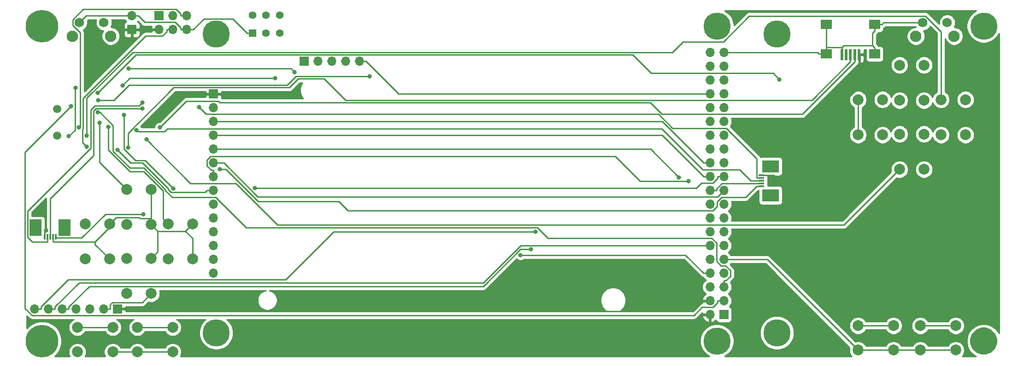
<source format=gbr>
G04 #@! TF.GenerationSoftware,KiCad,Pcbnew,(5.1.5)-2*
G04 #@! TF.CreationDate,2020-09-18T11:59:30-06:00*
G04 #@! TF.ProjectId,Pi-A3-Game-Console,50692d41-332d-4476-916d-652d436f6e73,rev?*
G04 #@! TF.SameCoordinates,Original*
G04 #@! TF.FileFunction,Copper,L1,Top*
G04 #@! TF.FilePolarity,Positive*
%FSLAX46Y46*%
G04 Gerber Fmt 4.6, Leading zero omitted, Abs format (unit mm)*
G04 Created by KiCad (PCBNEW (5.1.5)-2) date 2020-09-18 11:59:30*
%MOMM*%
%LPD*%
G04 APERTURE LIST*
%ADD10R,3.100000X2.300000*%
%ADD11R,1.100000X0.300000*%
%ADD12R,2.300000X3.100000*%
%ADD13R,0.300000X1.100000*%
%ADD14O,1.700000X1.700000*%
%ADD15R,1.700000X1.700000*%
%ADD16C,5.000000*%
%ADD17C,6.000000*%
%ADD18R,2.000000X1.700000*%
%ADD19R,0.500000X2.000000*%
%ADD20C,1.400000*%
%ADD21R,1.400000X1.400000*%
%ADD22C,2.100000*%
%ADD23C,1.750000*%
%ADD24C,0.100000*%
%ADD25C,2.000000*%
%ADD26C,1.500000*%
%ADD27C,0.800000*%
%ADD28C,0.250000*%
%ADD29C,0.254000*%
G04 APERTURE END LIST*
D10*
X185350000Y-82330000D03*
X185350000Y-87670000D03*
D11*
X183650000Y-84000000D03*
X183650000Y-84500000D03*
X183650000Y-85000000D03*
X183650000Y-85500000D03*
X183650000Y-86000000D03*
D12*
X50330000Y-93650000D03*
X55670000Y-93650000D03*
D13*
X52000000Y-95350000D03*
X52500000Y-95350000D03*
X53000000Y-95350000D03*
X53500000Y-95350000D03*
X54000000Y-95350000D03*
D14*
X78105000Y-57150000D03*
X78105000Y-54610000D03*
X75565000Y-57150000D03*
X75565000Y-54610000D03*
X73025000Y-57150000D03*
D15*
X73025000Y-54610000D03*
D16*
X83500000Y-113000000D03*
X186520000Y-113000000D03*
X186520000Y-58000000D03*
X83500000Y-58000000D03*
D14*
X83000000Y-102020000D03*
X83000000Y-99480000D03*
X83000000Y-96940000D03*
X83000000Y-94400000D03*
X83000000Y-91860000D03*
X83000000Y-89320000D03*
X83000000Y-86780000D03*
X83000000Y-84240000D03*
X83000000Y-81700000D03*
X83000000Y-79160000D03*
X83000000Y-76620000D03*
X83000000Y-74080000D03*
X83000000Y-71540000D03*
D15*
X83000000Y-69000000D03*
D17*
X51500000Y-56500000D03*
X51500000Y-114500000D03*
D18*
X195575000Y-56205000D03*
X195575000Y-61655000D03*
X204475000Y-56205000D03*
X204475000Y-61655000D03*
D19*
X198425000Y-61755000D03*
X199225000Y-61755000D03*
X200025000Y-61755000D03*
X200825000Y-61755000D03*
X201625000Y-61755000D03*
D20*
X95170000Y-54485000D03*
X92670000Y-54485000D03*
X90170000Y-54485000D03*
X95170000Y-57785000D03*
X92670000Y-57785000D03*
D21*
X90170000Y-57785000D03*
D22*
X219055000Y-58370000D03*
D23*
X217805000Y-55880000D03*
X213305000Y-55880000D03*
D22*
X212045000Y-58370000D03*
X64115000Y-58370000D03*
D23*
X62865000Y-55880000D03*
X58365000Y-55880000D03*
D22*
X57105000Y-58370000D03*
D16*
X224499900Y-56500001D03*
G04 #@! TA.AperFunction,ComponentPad*
D24*
G36*
X224133074Y-116972942D02*
G01*
X223892450Y-116925079D01*
X223657675Y-116853861D01*
X223431012Y-116759974D01*
X223214643Y-116644323D01*
X223010652Y-116508020D01*
X222821003Y-116352379D01*
X222647522Y-116178898D01*
X222491881Y-115989249D01*
X222355578Y-115785258D01*
X222239927Y-115568889D01*
X222146040Y-115342226D01*
X222074822Y-115107451D01*
X222026959Y-114866827D01*
X222002911Y-114622670D01*
X222002911Y-114377332D01*
X222026959Y-114133175D01*
X222074822Y-113892551D01*
X222146040Y-113657776D01*
X222239927Y-113431113D01*
X222355578Y-113214744D01*
X222491881Y-113010753D01*
X222647522Y-112821104D01*
X222821003Y-112647623D01*
X223010652Y-112491982D01*
X223214643Y-112355679D01*
X223431012Y-112240028D01*
X223657675Y-112146141D01*
X223892450Y-112074923D01*
X224133074Y-112027060D01*
X224377231Y-112003012D01*
X224622569Y-112003012D01*
X224866726Y-112027060D01*
X225107350Y-112074923D01*
X225342125Y-112146141D01*
X225568788Y-112240028D01*
X225785157Y-112355679D01*
X225989148Y-112491982D01*
X226178797Y-112647623D01*
X226352278Y-112821104D01*
X226507919Y-113010753D01*
X226644222Y-113214744D01*
X226759873Y-113431113D01*
X226853760Y-113657776D01*
X226924978Y-113892551D01*
X226972841Y-114133175D01*
X226996889Y-114377332D01*
X226996889Y-114622670D01*
X226972841Y-114866827D01*
X226924978Y-115107451D01*
X226853760Y-115342226D01*
X226759873Y-115568889D01*
X226644222Y-115785258D01*
X226507919Y-115989249D01*
X226352278Y-116178898D01*
X226178797Y-116352379D01*
X225989148Y-116508020D01*
X225785157Y-116644323D01*
X225568788Y-116759974D01*
X225342125Y-116853861D01*
X225107350Y-116925079D01*
X224866726Y-116972942D01*
X224622569Y-116996990D01*
X224377231Y-116996990D01*
X224133074Y-116972942D01*
G37*
G04 #@! TD.AperFunction*
D16*
X175499900Y-56500001D03*
X175499900Y-114500001D03*
D15*
X176769900Y-109630001D03*
D14*
X174229900Y-109630001D03*
X176769900Y-107090001D03*
X174229900Y-107090001D03*
X176769900Y-104550001D03*
X174229900Y-104550001D03*
X176769900Y-102010001D03*
X174229900Y-102010001D03*
X176769900Y-99470001D03*
X174229900Y-99470001D03*
X176769900Y-96930001D03*
X174229900Y-96930001D03*
X176769900Y-94390001D03*
X174229900Y-94390001D03*
X176769900Y-91850001D03*
X174229900Y-91850001D03*
X176769900Y-89310001D03*
X174229900Y-89310001D03*
X176769900Y-86770001D03*
X174229900Y-86770001D03*
X176769900Y-84230001D03*
X174229900Y-84230001D03*
X176769900Y-81690001D03*
X174229900Y-81690001D03*
X176769900Y-79150001D03*
X174229900Y-79150001D03*
X176769900Y-76610001D03*
X174229900Y-76610001D03*
X176769900Y-74070001D03*
X174229900Y-74070001D03*
X176769900Y-71530001D03*
X174229900Y-71530001D03*
X176769900Y-68990001D03*
X174229900Y-68990001D03*
X176769900Y-66450001D03*
X174229900Y-66450001D03*
X176769900Y-63910001D03*
X174229900Y-63910001D03*
X176769900Y-61370001D03*
X174229900Y-61370001D03*
D25*
X58000000Y-116500000D03*
X58000000Y-112000000D03*
X64500000Y-116500000D03*
X64500000Y-112000000D03*
D14*
X50165000Y-108585000D03*
X52705000Y-108585000D03*
X55245000Y-108585000D03*
X57785000Y-108585000D03*
X60325000Y-108585000D03*
X62865000Y-108585000D03*
D15*
X65405000Y-108585000D03*
X99695000Y-63000000D03*
D14*
X102235000Y-63000000D03*
X104775000Y-63000000D03*
X107315000Y-63000000D03*
X109855000Y-63000000D03*
D25*
X207920000Y-111680000D03*
X207920000Y-116180000D03*
X201420000Y-111680000D03*
X201420000Y-116180000D03*
D26*
X54285000Y-76670000D03*
X54285000Y-71790000D03*
D14*
X68000000Y-54610000D03*
D15*
X68000000Y-57150000D03*
D25*
X75500000Y-112000000D03*
X75500000Y-116500000D03*
X69000000Y-112000000D03*
X69000000Y-116500000D03*
X219350000Y-111680000D03*
X219350000Y-116180000D03*
X212850000Y-111680000D03*
X212850000Y-116180000D03*
X201420000Y-70050000D03*
X205920000Y-70050000D03*
X201420000Y-76550000D03*
X205920000Y-76550000D03*
X209040000Y-63700000D03*
X213540000Y-63700000D03*
X209040000Y-70200000D03*
X213540000Y-70200000D03*
X209040000Y-76400000D03*
X213540000Y-76400000D03*
X209040000Y-82900000D03*
X213540000Y-82900000D03*
X216660000Y-70050000D03*
X221160000Y-70050000D03*
X216660000Y-76550000D03*
X221160000Y-76550000D03*
X67055000Y-99260000D03*
X71555000Y-99260000D03*
X67055000Y-105760000D03*
X71555000Y-105760000D03*
X74675000Y-92910000D03*
X79175000Y-92910000D03*
X74675000Y-99410000D03*
X79175000Y-99410000D03*
X59435000Y-92910000D03*
X63935000Y-92910000D03*
X59435000Y-99410000D03*
X63935000Y-99410000D03*
X67055000Y-86560000D03*
X71555000Y-86560000D03*
X67055000Y-93060000D03*
X71555000Y-93060000D03*
D27*
X52252500Y-94146000D03*
X186967700Y-85051100D03*
X65372400Y-79319700D03*
X168514000Y-84371400D03*
X90595700Y-86371800D03*
X170253700Y-85044500D03*
X56828000Y-71264200D03*
X61699100Y-72392800D03*
X69973100Y-70626200D03*
X69976100Y-71667500D03*
X70117900Y-91189200D03*
X80356100Y-71420800D03*
X68869700Y-75676000D03*
X84124900Y-82855400D03*
X62067200Y-74357100D03*
X63681600Y-75077000D03*
X56400000Y-76800000D03*
X57700000Y-67900000D03*
X59734900Y-76669300D03*
X70697200Y-77389800D03*
X61776900Y-70165900D03*
X111654400Y-65745800D03*
X61723400Y-68802200D03*
X186967700Y-66323400D03*
X66280200Y-67450300D03*
X94366600Y-66142500D03*
X66549000Y-72847000D03*
X75587800Y-86403000D03*
X67438200Y-64357000D03*
X97917900Y-65013300D03*
X139401500Y-98675100D03*
X142178400Y-94409500D03*
X141331400Y-97615700D03*
X58293900Y-75157200D03*
X59692500Y-78681000D03*
X67286100Y-78853000D03*
X73173000Y-75188100D03*
D28*
X171083900Y-109060700D02*
X173054600Y-107090000D01*
X67056000Y-109060700D02*
X171083900Y-109060700D01*
X66580300Y-108585000D02*
X67056000Y-109060700D01*
X65405000Y-108585000D02*
X66580300Y-108585000D01*
X174229900Y-107090000D02*
X173054600Y-107090000D01*
X73025000Y-57150000D02*
X68000000Y-57150000D01*
X52000000Y-94398500D02*
X52252500Y-94146000D01*
X52000000Y-95350000D02*
X52000000Y-94398500D01*
X185916600Y-84000000D02*
X183650000Y-84000000D01*
X186967700Y-85051100D02*
X185916600Y-84000000D01*
X188213400Y-83805400D02*
X186967700Y-85051100D01*
X188213400Y-81146600D02*
X188213400Y-83805400D01*
X201625000Y-67735000D02*
X188213400Y-81146600D01*
X201625000Y-61755000D02*
X201625000Y-67735000D01*
X219350000Y-116180000D02*
X212850000Y-116180000D01*
X174229900Y-86770000D02*
X175405200Y-86770000D01*
X183650000Y-85500000D02*
X182774700Y-85500000D01*
X53500000Y-95350000D02*
X53500000Y-96225300D01*
X176376300Y-85500000D02*
X182774700Y-85500000D01*
X175405200Y-86471100D02*
X176376300Y-85500000D01*
X175405200Y-86770000D02*
X175405200Y-86471100D01*
X174229900Y-68990000D02*
X173054600Y-68990000D01*
X204475000Y-61655000D02*
X204475000Y-60479700D01*
X109855000Y-63000000D02*
X111030300Y-63000000D01*
X198425000Y-61755000D02*
X198425000Y-60429700D01*
X195575000Y-61655000D02*
X195575000Y-60479700D01*
X195625000Y-57430300D02*
X195575000Y-57380300D01*
X195625000Y-60429700D02*
X195625000Y-57430300D01*
X195575000Y-60479700D02*
X195625000Y-60429700D01*
X195625000Y-60429700D02*
X198425000Y-60429700D01*
X195575000Y-56205000D02*
X195575000Y-57380300D01*
X69000000Y-116500000D02*
X75500000Y-116500000D01*
X193964700Y-61370000D02*
X194249700Y-61655000D01*
X176769900Y-61370000D02*
X193964700Y-61370000D01*
X195575000Y-61655000D02*
X194249700Y-61655000D01*
X204062700Y-57792600D02*
X204475000Y-57380300D01*
X204062700Y-60067400D02*
X204062700Y-57792600D01*
X204475000Y-60479700D02*
X204062700Y-60067400D01*
X198787300Y-60067400D02*
X198425000Y-60429700D01*
X204062700Y-60067400D02*
X198787300Y-60067400D01*
X204475000Y-56205000D02*
X204475000Y-57380300D01*
X206125300Y-55880000D02*
X205800300Y-56205000D01*
X213305000Y-55880000D02*
X206125300Y-55880000D01*
X204475000Y-56205000D02*
X205800300Y-56205000D01*
X69000000Y-116500000D02*
X64500000Y-116500000D01*
X79175000Y-95602400D02*
X79175000Y-99410000D01*
X77828800Y-94256200D02*
X79175000Y-95602400D01*
X79175000Y-92910000D02*
X77828800Y-94256200D01*
X184710000Y-99470000D02*
X201420000Y-116180000D01*
X176769900Y-99470000D02*
X184710000Y-99470000D01*
X212850000Y-116180000D02*
X207920000Y-116180000D01*
X207920000Y-116180000D02*
X201420000Y-116180000D01*
X59635000Y-54610000D02*
X58365000Y-55880000D01*
X68000000Y-54610000D02*
X59635000Y-54610000D01*
X70350600Y-55785300D02*
X69175300Y-54610000D01*
X75932400Y-55785300D02*
X70350600Y-55785300D01*
X76929700Y-56782600D02*
X75932400Y-55785300D01*
X76929700Y-57150000D02*
X76929700Y-56782600D01*
X68000000Y-54610000D02*
X69175300Y-54610000D01*
X72751200Y-98063800D02*
X71555000Y-99260000D01*
X72751200Y-94256200D02*
X72751200Y-98063800D01*
X77828800Y-94256200D02*
X72751200Y-94256200D01*
X72751200Y-94256200D02*
X71555000Y-93060000D01*
X117020300Y-68990000D02*
X111030300Y-63000000D01*
X173054600Y-68990000D02*
X117020300Y-68990000D01*
X77517400Y-57150000D02*
X76929700Y-57150000D01*
X77517400Y-57150000D02*
X78105000Y-57150000D01*
X86516400Y-55156700D02*
X89144700Y-57785000D01*
X81273600Y-55156700D02*
X86516400Y-55156700D01*
X79280300Y-57150000D02*
X81273600Y-55156700D01*
X78105000Y-57150000D02*
X79280300Y-57150000D01*
X90170000Y-57785000D02*
X89144700Y-57785000D01*
X61257900Y-96732900D02*
X63935000Y-99410000D01*
X61257900Y-96225300D02*
X61257900Y-96732900D01*
X53500000Y-96225300D02*
X61257900Y-96225300D01*
X63935000Y-93548200D02*
X63935000Y-92910000D01*
X61257900Y-96225300D02*
X63935000Y-93548200D01*
X69584800Y-91951300D02*
X71555000Y-91951300D01*
X69352000Y-91718500D02*
X69584800Y-91951300D01*
X65126500Y-91718500D02*
X69352000Y-91718500D01*
X63935000Y-92910000D02*
X65126500Y-91718500D01*
X71555000Y-86560000D02*
X71555000Y-91951300D01*
X71555000Y-91951300D02*
X71555000Y-93060000D01*
X64040300Y-107776900D02*
X64040300Y-108585000D01*
X64407500Y-107409700D02*
X64040300Y-107776900D01*
X69905300Y-107409700D02*
X64407500Y-107409700D01*
X71555000Y-105760000D02*
X69905300Y-107409700D01*
X62865000Y-108585000D02*
X64040300Y-108585000D01*
X83000000Y-86780000D02*
X81824700Y-86780000D01*
X67757300Y-81704600D02*
X65372400Y-79319700D01*
X69902700Y-81704600D02*
X67757300Y-81704600D01*
X74659000Y-86460900D02*
X69902700Y-81704600D01*
X74659000Y-86573500D02*
X74659000Y-86460900D01*
X75213800Y-87128300D02*
X74659000Y-86573500D01*
X81476400Y-87128300D02*
X75213800Y-87128300D01*
X81824700Y-86780000D02*
X81476400Y-87128300D01*
X163302600Y-79160000D02*
X83000000Y-79160000D01*
X168514000Y-84371400D02*
X163302600Y-79160000D01*
X175591000Y-87948900D02*
X176769900Y-86770000D01*
X91147100Y-87948900D02*
X175591000Y-87948900D01*
X84898200Y-81700000D02*
X91147100Y-87948900D01*
X83000000Y-81700000D02*
X84898200Y-81700000D01*
X176769900Y-84230000D02*
X175594600Y-84230000D01*
X171684400Y-86371800D02*
X90595700Y-86371800D01*
X172650900Y-85405300D02*
X171684400Y-86371800D01*
X174786700Y-85405300D02*
X172650900Y-85405300D01*
X175594600Y-84597400D02*
X174786700Y-85405300D01*
X175594600Y-84230000D02*
X175594600Y-84597400D01*
X174229900Y-84230000D02*
X173054600Y-84230000D01*
X165444600Y-76620000D02*
X173054600Y-84230000D01*
X83000000Y-76620000D02*
X165444600Y-76620000D01*
X83000000Y-84240000D02*
X83000000Y-83064700D01*
X82632600Y-83064700D02*
X83000000Y-83064700D01*
X81824700Y-82256800D02*
X82632600Y-83064700D01*
X81824700Y-81184600D02*
X81824700Y-82256800D01*
X82489400Y-80519900D02*
X81824700Y-81184600D01*
X156795200Y-80519900D02*
X82489400Y-80519900D01*
X161376400Y-85101100D02*
X156795200Y-80519900D01*
X170197100Y-85101100D02*
X161376400Y-85101100D01*
X170253700Y-85044500D02*
X170197100Y-85101100D01*
X174229900Y-81690000D02*
X173054600Y-81690000D01*
X83000000Y-74080000D02*
X84175300Y-74080000D01*
X165444600Y-74080000D02*
X173054600Y-81690000D01*
X84175300Y-74080000D02*
X165444600Y-74080000D01*
X175594600Y-107457400D02*
X175594600Y-107090000D01*
X174786700Y-108265300D02*
X175594600Y-107457400D01*
X172759800Y-108265300D02*
X174786700Y-108265300D01*
X171264700Y-109760400D02*
X172759800Y-108265300D01*
X49663200Y-109760400D02*
X171264700Y-109760400D01*
X48383800Y-108481000D02*
X49663200Y-109760400D01*
X48383800Y-79708400D02*
X48383800Y-108481000D01*
X56828000Y-71264200D02*
X48383800Y-79708400D01*
X176769900Y-107090000D02*
X175594600Y-107090000D01*
X176769900Y-104550000D02*
X176769900Y-103374700D01*
X62110800Y-72392800D02*
X61699100Y-72392800D01*
X64552300Y-74834300D02*
X62110800Y-72392800D01*
X64552300Y-79541300D02*
X64552300Y-74834300D01*
X67616300Y-82605300D02*
X64552300Y-79541300D01*
X70152900Y-82605300D02*
X67616300Y-82605300D01*
X74208700Y-86661100D02*
X70152900Y-82605300D01*
X74208700Y-86822900D02*
X74208700Y-86661100D01*
X75435800Y-88050000D02*
X74208700Y-86822900D01*
X83434200Y-88050000D02*
X75435800Y-88050000D01*
X88999000Y-93614800D02*
X83434200Y-88050000D01*
X142472400Y-93614800D02*
X88999000Y-93614800D01*
X144423000Y-95565400D02*
X142472400Y-93614800D01*
X174530500Y-95565400D02*
X144423000Y-95565400D01*
X175405300Y-96440200D02*
X174530500Y-95565400D01*
X175405300Y-99819900D02*
X175405300Y-96440200D01*
X176230800Y-100645400D02*
X175405300Y-99819900D01*
X177079000Y-100645400D02*
X176230800Y-100645400D01*
X177952400Y-101518800D02*
X177079000Y-100645400D01*
X177952400Y-102557500D02*
X177952400Y-101518800D01*
X177135200Y-103374700D02*
X177952400Y-102557500D01*
X176769900Y-103374700D02*
X177135200Y-103374700D01*
X52500000Y-95350000D02*
X52500000Y-96225300D01*
X49703300Y-96225300D02*
X52500000Y-96225300D01*
X48854600Y-95376600D02*
X49703300Y-96225300D01*
X48854600Y-90549700D02*
X48854600Y-95376600D01*
X60460400Y-78943900D02*
X48854600Y-90549700D01*
X60460400Y-71968900D02*
X60460400Y-78943900D01*
X61212100Y-71217200D02*
X60460400Y-71968900D01*
X69382100Y-71217200D02*
X61212100Y-71217200D01*
X69973100Y-70626200D02*
X69382100Y-71217200D01*
X61398700Y-71667500D02*
X69976100Y-71667500D01*
X60973800Y-72092400D02*
X61398700Y-71667500D01*
X60973800Y-80286600D02*
X60973800Y-72092400D01*
X53000000Y-88260400D02*
X60973800Y-80286600D01*
X53000000Y-95350000D02*
X53000000Y-88260400D01*
X70117900Y-91189300D02*
X70117900Y-91189200D01*
X63139000Y-91189300D02*
X70117900Y-91189300D01*
X58802900Y-95525400D02*
X63139000Y-91189300D01*
X54175400Y-95525400D02*
X58802900Y-95525400D01*
X54000000Y-95350000D02*
X54175400Y-95525400D01*
X183650000Y-84500000D02*
X182774700Y-84500000D01*
X182774700Y-80878600D02*
X182774700Y-84500000D01*
X177236100Y-75340000D02*
X182774700Y-80878600D01*
X167341500Y-75340000D02*
X177236100Y-75340000D01*
X164733100Y-72731600D02*
X167341500Y-75340000D01*
X81666900Y-72731600D02*
X164733100Y-72731600D01*
X80356100Y-71420800D02*
X81666900Y-72731600D01*
X181712100Y-85000000D02*
X183650000Y-85000000D01*
X179672100Y-82960000D02*
X181712100Y-85000000D01*
X172904300Y-82960000D02*
X179672100Y-82960000D01*
X165361700Y-75417400D02*
X172904300Y-82960000D01*
X74532500Y-75417400D02*
X165361700Y-75417400D01*
X74036500Y-75913400D02*
X74532500Y-75417400D01*
X69107100Y-75913400D02*
X74036500Y-75913400D01*
X68869700Y-75676000D02*
X69107100Y-75913400D01*
X183650000Y-86000000D02*
X182774700Y-86000000D01*
X180734700Y-88040000D02*
X182774700Y-86000000D01*
X176373500Y-88040000D02*
X180734700Y-88040000D01*
X175499900Y-88913600D02*
X176373500Y-88040000D01*
X175499900Y-89741000D02*
X175499900Y-88913600D01*
X174755500Y-90485400D02*
X175499900Y-89741000D01*
X107676100Y-90485400D02*
X174755500Y-90485400D01*
X106023800Y-88833100D02*
X107676100Y-90485400D01*
X91204700Y-88833100D02*
X106023800Y-88833100D01*
X85227000Y-82855400D02*
X91204700Y-88833100D01*
X84124900Y-82855400D02*
X85227000Y-82855400D01*
X62067200Y-81572200D02*
X62067200Y-74357100D01*
X67055000Y-86560000D02*
X62067200Y-81572200D01*
X63681600Y-79310000D02*
X63681600Y-75077000D01*
X67652200Y-83280600D02*
X63681600Y-79310000D01*
X70191300Y-83280600D02*
X67652200Y-83280600D01*
X73758300Y-86847600D02*
X70191300Y-83280600D01*
X73758300Y-91993300D02*
X73758300Y-86847600D01*
X74675000Y-92910000D02*
X73758300Y-91993300D01*
X57553001Y-68046999D02*
X57700000Y-67900000D01*
X56400000Y-76800000D02*
X57553001Y-75646999D01*
X57553001Y-75646999D02*
X57553001Y-68046999D01*
X216660000Y-57514000D02*
X216660000Y-70050000D01*
X213825600Y-54679600D02*
X216660000Y-57514000D01*
X181403900Y-54679600D02*
X213825600Y-54679600D01*
X176679600Y-59403900D02*
X181403900Y-54679600D01*
X169237500Y-59403900D02*
X176679600Y-59403900D01*
X167307200Y-61334200D02*
X169237500Y-59403900D01*
X68161200Y-61334200D02*
X167307200Y-61334200D01*
X59734900Y-69760500D02*
X68161200Y-61334200D01*
X59734900Y-76669300D02*
X59734900Y-69760500D01*
X198844900Y-93095100D02*
X209040000Y-82900000D01*
X94750300Y-93095100D02*
X198844900Y-93095100D01*
X87110200Y-85455000D02*
X94750300Y-93095100D01*
X78762400Y-85455000D02*
X87110200Y-85455000D01*
X70697200Y-77389800D02*
X78762400Y-85455000D01*
X64693700Y-70165900D02*
X61776900Y-70165900D01*
X67513000Y-67346600D02*
X64693700Y-70165900D01*
X96548900Y-67346600D02*
X67513000Y-67346600D01*
X98149700Y-65745800D02*
X96548900Y-67346600D01*
X111654400Y-65745800D02*
X98149700Y-65745800D01*
X201420000Y-70050000D02*
X201420000Y-76550000D01*
X185824300Y-65180000D02*
X186967700Y-66323400D01*
X163435400Y-65180000D02*
X185824300Y-65180000D01*
X160039900Y-61784500D02*
X163435400Y-65180000D01*
X68741100Y-61784500D02*
X160039900Y-61784500D01*
X61723400Y-68802200D02*
X68741100Y-61784500D01*
X212850000Y-111680000D02*
X219350000Y-111680000D01*
X67588000Y-66142500D02*
X66280200Y-67450300D01*
X94366600Y-66142500D02*
X67588000Y-66142500D01*
X69000000Y-112000000D02*
X75500000Y-112000000D01*
X66549000Y-79148800D02*
X66549000Y-72847000D01*
X68654500Y-81254300D02*
X66549000Y-79148800D01*
X70439100Y-81254300D02*
X68654500Y-81254300D01*
X75587800Y-86403000D02*
X70439100Y-81254300D01*
X201420000Y-111680000D02*
X207920000Y-111680000D01*
X97261600Y-64357000D02*
X97917900Y-65013300D01*
X67438200Y-64357000D02*
X97261600Y-64357000D01*
X174229900Y-102010000D02*
X173054600Y-102010000D01*
X169719700Y-98675100D02*
X139401500Y-98675100D01*
X173054600Y-102010000D02*
X169719700Y-98675100D01*
X52705000Y-108585000D02*
X53880300Y-108585000D01*
X53880300Y-108217700D02*
X53880300Y-108585000D01*
X58338800Y-103759200D02*
X53880300Y-108217700D01*
X132590600Y-103759200D02*
X58338800Y-103759200D01*
X139459400Y-96890400D02*
X132590600Y-103759200D01*
X173015000Y-96890400D02*
X139459400Y-96890400D01*
X173054600Y-96930000D02*
X173015000Y-96890400D01*
X174229900Y-96930000D02*
X173054600Y-96930000D01*
X50165000Y-108585000D02*
X51340300Y-108585000D01*
X105051500Y-94409500D02*
X142178400Y-94409500D01*
X96244700Y-103216300D02*
X105051500Y-94409500D01*
X56341700Y-103216300D02*
X96244700Y-103216300D01*
X51340300Y-108217700D02*
X56341700Y-103216300D01*
X51340300Y-108585000D02*
X51340300Y-108217700D01*
X139371000Y-97615700D02*
X141331400Y-97615700D01*
X132552100Y-104434600D02*
X139371000Y-97615700D01*
X60203400Y-104434600D02*
X132552100Y-104434600D01*
X56420300Y-108217700D02*
X60203400Y-104434600D01*
X56420300Y-108585000D02*
X56420300Y-108217700D01*
X55245000Y-108585000D02*
X56420300Y-108585000D01*
X76929700Y-54242600D02*
X76929700Y-54610000D01*
X76121800Y-53434700D02*
X76929700Y-54242600D01*
X59052500Y-53434700D02*
X76121800Y-53434700D01*
X57142000Y-55345200D02*
X59052500Y-53434700D01*
X57142000Y-56354600D02*
X57142000Y-55345200D01*
X58480400Y-57693000D02*
X57142000Y-56354600D01*
X58480400Y-74970700D02*
X58480400Y-57693000D01*
X58293900Y-75157200D02*
X58480400Y-74970700D01*
X78105000Y-54610000D02*
X76929700Y-54610000D01*
X75565000Y-57150000D02*
X74389700Y-57150000D01*
X58966100Y-77954600D02*
X59692500Y-78681000D01*
X58966100Y-75510800D02*
X58966100Y-77954600D01*
X59019200Y-75457700D02*
X58966100Y-75510800D01*
X59019200Y-69839300D02*
X59019200Y-75457700D01*
X70533200Y-58325300D02*
X59019200Y-69839300D01*
X73581800Y-58325300D02*
X70533200Y-58325300D01*
X74389700Y-57517400D02*
X73581800Y-58325300D01*
X74389700Y-57150000D02*
X74389700Y-57517400D01*
X64500000Y-112000000D02*
X58000000Y-112000000D01*
X200025000Y-61755000D02*
X200025000Y-63080300D01*
X192939900Y-70165400D02*
X200025000Y-63080300D01*
X107249600Y-70165400D02*
X192939900Y-70165400D01*
X103280400Y-66196200D02*
X107249600Y-70165400D01*
X98586200Y-66196200D02*
X103280400Y-66196200D01*
X96957700Y-67824700D02*
X98586200Y-66196200D01*
X75690400Y-67824700D02*
X96957700Y-67824700D01*
X67286100Y-76229000D02*
X75690400Y-67824700D01*
X67286100Y-78853000D02*
X67286100Y-76229000D01*
X191173600Y-72731700D02*
X200825000Y-63080300D01*
X165370100Y-72731700D02*
X191173600Y-72731700D01*
X163254200Y-70615800D02*
X165370100Y-72731700D01*
X84175400Y-70615800D02*
X163254200Y-70615800D01*
X83900000Y-70340400D02*
X84175400Y-70615800D01*
X78020700Y-70340400D02*
X83900000Y-70340400D01*
X73173000Y-75188100D02*
X78020700Y-70340400D01*
X200825000Y-61755000D02*
X200825000Y-63080300D01*
D29*
G36*
X199853823Y-115688625D02*
G01*
X199847832Y-115703088D01*
X199785000Y-116018967D01*
X199785000Y-116341033D01*
X199847832Y-116656912D01*
X199971082Y-116954463D01*
X200150013Y-117222252D01*
X200232763Y-117305002D01*
X176920180Y-117305001D01*
X176984879Y-117278202D01*
X177498346Y-116935115D01*
X177935014Y-116498447D01*
X178278101Y-115984980D01*
X178514424Y-115414447D01*
X178634900Y-114808772D01*
X178634900Y-114191230D01*
X178514424Y-113585555D01*
X178278101Y-113015022D01*
X178061750Y-112691229D01*
X183385000Y-112691229D01*
X183385000Y-113308771D01*
X183505476Y-113914446D01*
X183741799Y-114484979D01*
X184084886Y-114998446D01*
X184521554Y-115435114D01*
X185035021Y-115778201D01*
X185605554Y-116014524D01*
X186211229Y-116135000D01*
X186828771Y-116135000D01*
X187434446Y-116014524D01*
X188004979Y-115778201D01*
X188518446Y-115435114D01*
X188955114Y-114998446D01*
X189298201Y-114484979D01*
X189534524Y-113914446D01*
X189655000Y-113308771D01*
X189655000Y-112691229D01*
X189534524Y-112085554D01*
X189298201Y-111515021D01*
X188955114Y-111001554D01*
X188518446Y-110564886D01*
X188004979Y-110221799D01*
X187434446Y-109985476D01*
X186828771Y-109865000D01*
X186211229Y-109865000D01*
X185605554Y-109985476D01*
X185035021Y-110221799D01*
X184521554Y-110564886D01*
X184084886Y-111001554D01*
X183741799Y-111515021D01*
X183505476Y-112085554D01*
X183385000Y-112691229D01*
X178061750Y-112691229D01*
X177935014Y-112501555D01*
X177498346Y-112064887D01*
X176984879Y-111721800D01*
X176414346Y-111485477D01*
X175808671Y-111365001D01*
X175191129Y-111365001D01*
X174585454Y-111485477D01*
X174014921Y-111721800D01*
X173501454Y-112064887D01*
X173064786Y-112501555D01*
X172721699Y-113015022D01*
X172485376Y-113585555D01*
X172364900Y-114191230D01*
X172364900Y-114808772D01*
X172485376Y-115414447D01*
X172721699Y-115984980D01*
X173064786Y-116498447D01*
X173501454Y-116935115D01*
X174014921Y-117278202D01*
X174079620Y-117305001D01*
X76928514Y-117305000D01*
X76948918Y-117274463D01*
X77072168Y-116976912D01*
X77135000Y-116661033D01*
X77135000Y-116338967D01*
X77072168Y-116023088D01*
X76948918Y-115725537D01*
X76769987Y-115457748D01*
X76542252Y-115230013D01*
X76274463Y-115051082D01*
X75976912Y-114927832D01*
X75661033Y-114865000D01*
X75338967Y-114865000D01*
X75023088Y-114927832D01*
X74725537Y-115051082D01*
X74457748Y-115230013D01*
X74230013Y-115457748D01*
X74051082Y-115725537D01*
X74045091Y-115740000D01*
X70454909Y-115740000D01*
X70448918Y-115725537D01*
X70269987Y-115457748D01*
X70042252Y-115230013D01*
X69774463Y-115051082D01*
X69476912Y-114927832D01*
X69161033Y-114865000D01*
X68838967Y-114865000D01*
X68523088Y-114927832D01*
X68225537Y-115051082D01*
X67957748Y-115230013D01*
X67730013Y-115457748D01*
X67551082Y-115725537D01*
X67545091Y-115740000D01*
X65954909Y-115740000D01*
X65948918Y-115725537D01*
X65769987Y-115457748D01*
X65542252Y-115230013D01*
X65274463Y-115051082D01*
X64976912Y-114927832D01*
X64661033Y-114865000D01*
X64338967Y-114865000D01*
X64023088Y-114927832D01*
X63725537Y-115051082D01*
X63457748Y-115230013D01*
X63230013Y-115457748D01*
X63051082Y-115725537D01*
X62927832Y-116023088D01*
X62865000Y-116338967D01*
X62865000Y-116661033D01*
X62927832Y-116976912D01*
X63051082Y-117274463D01*
X63071486Y-117305000D01*
X59428514Y-117305000D01*
X59448918Y-117274463D01*
X59572168Y-116976912D01*
X59635000Y-116661033D01*
X59635000Y-116338967D01*
X59572168Y-116023088D01*
X59448918Y-115725537D01*
X59269987Y-115457748D01*
X59042252Y-115230013D01*
X58774463Y-115051082D01*
X58476912Y-114927832D01*
X58161033Y-114865000D01*
X57838967Y-114865000D01*
X57523088Y-114927832D01*
X57225537Y-115051082D01*
X56957748Y-115230013D01*
X56730013Y-115457748D01*
X56551082Y-115725537D01*
X56427832Y-116023088D01*
X56365000Y-116338967D01*
X56365000Y-116661033D01*
X56427832Y-116976912D01*
X56551082Y-117274463D01*
X56571486Y-117305000D01*
X53835666Y-117305000D01*
X54323489Y-116817177D01*
X54721295Y-116221818D01*
X54995309Y-115560290D01*
X55135000Y-114858016D01*
X55135000Y-114141984D01*
X54995309Y-113439710D01*
X54721295Y-112778182D01*
X54323489Y-112182823D01*
X53817177Y-111676511D01*
X53221818Y-111278705D01*
X52560290Y-111004691D01*
X51858016Y-110865000D01*
X51141984Y-110865000D01*
X50439710Y-111004691D01*
X49778182Y-111278705D01*
X49182823Y-111676511D01*
X48695000Y-112164334D01*
X48695000Y-109867002D01*
X49099401Y-110271403D01*
X49123199Y-110300401D01*
X49238924Y-110395374D01*
X49370953Y-110465946D01*
X49514214Y-110509403D01*
X49625867Y-110520400D01*
X49625877Y-110520400D01*
X49663200Y-110524076D01*
X49700523Y-110520400D01*
X57299610Y-110520400D01*
X57225537Y-110551082D01*
X56957748Y-110730013D01*
X56730013Y-110957748D01*
X56551082Y-111225537D01*
X56427832Y-111523088D01*
X56365000Y-111838967D01*
X56365000Y-112161033D01*
X56427832Y-112476912D01*
X56551082Y-112774463D01*
X56730013Y-113042252D01*
X56957748Y-113269987D01*
X57225537Y-113448918D01*
X57523088Y-113572168D01*
X57838967Y-113635000D01*
X58161033Y-113635000D01*
X58476912Y-113572168D01*
X58774463Y-113448918D01*
X59042252Y-113269987D01*
X59269987Y-113042252D01*
X59448918Y-112774463D01*
X59454909Y-112760000D01*
X63045091Y-112760000D01*
X63051082Y-112774463D01*
X63230013Y-113042252D01*
X63457748Y-113269987D01*
X63725537Y-113448918D01*
X64023088Y-113572168D01*
X64338967Y-113635000D01*
X64661033Y-113635000D01*
X64976912Y-113572168D01*
X65274463Y-113448918D01*
X65542252Y-113269987D01*
X65769987Y-113042252D01*
X65948918Y-112774463D01*
X66072168Y-112476912D01*
X66135000Y-112161033D01*
X66135000Y-111838967D01*
X66072168Y-111523088D01*
X65948918Y-111225537D01*
X65769987Y-110957748D01*
X65542252Y-110730013D01*
X65274463Y-110551082D01*
X65200390Y-110520400D01*
X68299610Y-110520400D01*
X68225537Y-110551082D01*
X67957748Y-110730013D01*
X67730013Y-110957748D01*
X67551082Y-111225537D01*
X67427832Y-111523088D01*
X67365000Y-111838967D01*
X67365000Y-112161033D01*
X67427832Y-112476912D01*
X67551082Y-112774463D01*
X67730013Y-113042252D01*
X67957748Y-113269987D01*
X68225537Y-113448918D01*
X68523088Y-113572168D01*
X68838967Y-113635000D01*
X69161033Y-113635000D01*
X69476912Y-113572168D01*
X69774463Y-113448918D01*
X70042252Y-113269987D01*
X70269987Y-113042252D01*
X70448918Y-112774463D01*
X70454909Y-112760000D01*
X74045091Y-112760000D01*
X74051082Y-112774463D01*
X74230013Y-113042252D01*
X74457748Y-113269987D01*
X74725537Y-113448918D01*
X75023088Y-113572168D01*
X75338967Y-113635000D01*
X75661033Y-113635000D01*
X75976912Y-113572168D01*
X76274463Y-113448918D01*
X76542252Y-113269987D01*
X76769987Y-113042252D01*
X76948918Y-112774463D01*
X77072168Y-112476912D01*
X77135000Y-112161033D01*
X77135000Y-111838967D01*
X77072168Y-111523088D01*
X76948918Y-111225537D01*
X76769987Y-110957748D01*
X76542252Y-110730013D01*
X76274463Y-110551082D01*
X76200390Y-110520400D01*
X81568132Y-110520400D01*
X81501554Y-110564886D01*
X81064886Y-111001554D01*
X80721799Y-111515021D01*
X80485476Y-112085554D01*
X80365000Y-112691229D01*
X80365000Y-113308771D01*
X80485476Y-113914446D01*
X80721799Y-114484979D01*
X81064886Y-114998446D01*
X81501554Y-115435114D01*
X82015021Y-115778201D01*
X82585554Y-116014524D01*
X83191229Y-116135000D01*
X83808771Y-116135000D01*
X84414446Y-116014524D01*
X84984979Y-115778201D01*
X85498446Y-115435114D01*
X85935114Y-114998446D01*
X86278201Y-114484979D01*
X86514524Y-113914446D01*
X86635000Y-113308771D01*
X86635000Y-112691229D01*
X86514524Y-112085554D01*
X86278201Y-111515021D01*
X85935114Y-111001554D01*
X85498446Y-110564886D01*
X85431868Y-110520400D01*
X171227378Y-110520400D01*
X171264700Y-110524076D01*
X171302022Y-110520400D01*
X171302033Y-110520400D01*
X171413686Y-110509403D01*
X171556947Y-110465946D01*
X171688976Y-110395374D01*
X171804701Y-110300401D01*
X171828504Y-110271397D01*
X172113010Y-109986891D01*
X172788424Y-109986891D01*
X172833075Y-110134100D01*
X172958259Y-110396921D01*
X173132312Y-110630270D01*
X173348545Y-110825179D01*
X173598648Y-110974158D01*
X173873009Y-111071482D01*
X174102900Y-110950815D01*
X174102900Y-109757001D01*
X172909745Y-109757001D01*
X172788424Y-109986891D01*
X172113010Y-109986891D01*
X172801677Y-109298224D01*
X172909745Y-109503001D01*
X174102900Y-109503001D01*
X174102900Y-109483001D01*
X174356900Y-109483001D01*
X174356900Y-109503001D01*
X174376900Y-109503001D01*
X174376900Y-109757001D01*
X174356900Y-109757001D01*
X174356900Y-110950815D01*
X174586791Y-111071482D01*
X174861152Y-110974158D01*
X175111255Y-110825179D01*
X175307402Y-110648375D01*
X175330398Y-110724181D01*
X175389363Y-110834495D01*
X175468715Y-110931186D01*
X175565406Y-111010538D01*
X175675720Y-111069503D01*
X175795418Y-111105813D01*
X175919900Y-111118073D01*
X177619900Y-111118073D01*
X177744382Y-111105813D01*
X177864080Y-111069503D01*
X177974394Y-111010538D01*
X178071085Y-110931186D01*
X178150437Y-110834495D01*
X178209402Y-110724181D01*
X178245712Y-110604483D01*
X178257972Y-110480001D01*
X178257972Y-108780001D01*
X178245712Y-108655519D01*
X178209402Y-108535821D01*
X178150437Y-108425507D01*
X178071085Y-108328816D01*
X177974394Y-108249464D01*
X177864080Y-108190499D01*
X177791520Y-108168488D01*
X177923375Y-108036633D01*
X178085890Y-107793412D01*
X178197832Y-107523159D01*
X178254900Y-107236261D01*
X178254900Y-106943741D01*
X178197832Y-106656843D01*
X178085890Y-106386590D01*
X177923375Y-106143369D01*
X177716532Y-105936526D01*
X177542140Y-105820001D01*
X177716532Y-105703476D01*
X177923375Y-105496633D01*
X178085890Y-105253412D01*
X178197832Y-104983159D01*
X178254900Y-104696261D01*
X178254900Y-104403741D01*
X178197832Y-104116843D01*
X178085890Y-103846590D01*
X177946589Y-103638112D01*
X178463404Y-103121298D01*
X178492401Y-103097501D01*
X178587374Y-102981776D01*
X178657946Y-102849747D01*
X178701403Y-102706486D01*
X178712400Y-102594833D01*
X178712400Y-102594824D01*
X178716076Y-102557501D01*
X178712400Y-102520178D01*
X178712400Y-101556122D01*
X178716076Y-101518799D01*
X178712400Y-101481476D01*
X178712400Y-101481467D01*
X178701403Y-101369814D01*
X178657946Y-101226553D01*
X178648670Y-101209199D01*
X178587374Y-101094523D01*
X178516199Y-101007797D01*
X178492401Y-100978799D01*
X178463403Y-100955001D01*
X177924040Y-100415638D01*
X178048079Y-100230000D01*
X184395199Y-100230000D01*
X199853823Y-115688625D01*
G37*
X199853823Y-115688625D02*
X199847832Y-115703088D01*
X199785000Y-116018967D01*
X199785000Y-116341033D01*
X199847832Y-116656912D01*
X199971082Y-116954463D01*
X200150013Y-117222252D01*
X200232763Y-117305002D01*
X176920180Y-117305001D01*
X176984879Y-117278202D01*
X177498346Y-116935115D01*
X177935014Y-116498447D01*
X178278101Y-115984980D01*
X178514424Y-115414447D01*
X178634900Y-114808772D01*
X178634900Y-114191230D01*
X178514424Y-113585555D01*
X178278101Y-113015022D01*
X178061750Y-112691229D01*
X183385000Y-112691229D01*
X183385000Y-113308771D01*
X183505476Y-113914446D01*
X183741799Y-114484979D01*
X184084886Y-114998446D01*
X184521554Y-115435114D01*
X185035021Y-115778201D01*
X185605554Y-116014524D01*
X186211229Y-116135000D01*
X186828771Y-116135000D01*
X187434446Y-116014524D01*
X188004979Y-115778201D01*
X188518446Y-115435114D01*
X188955114Y-114998446D01*
X189298201Y-114484979D01*
X189534524Y-113914446D01*
X189655000Y-113308771D01*
X189655000Y-112691229D01*
X189534524Y-112085554D01*
X189298201Y-111515021D01*
X188955114Y-111001554D01*
X188518446Y-110564886D01*
X188004979Y-110221799D01*
X187434446Y-109985476D01*
X186828771Y-109865000D01*
X186211229Y-109865000D01*
X185605554Y-109985476D01*
X185035021Y-110221799D01*
X184521554Y-110564886D01*
X184084886Y-111001554D01*
X183741799Y-111515021D01*
X183505476Y-112085554D01*
X183385000Y-112691229D01*
X178061750Y-112691229D01*
X177935014Y-112501555D01*
X177498346Y-112064887D01*
X176984879Y-111721800D01*
X176414346Y-111485477D01*
X175808671Y-111365001D01*
X175191129Y-111365001D01*
X174585454Y-111485477D01*
X174014921Y-111721800D01*
X173501454Y-112064887D01*
X173064786Y-112501555D01*
X172721699Y-113015022D01*
X172485376Y-113585555D01*
X172364900Y-114191230D01*
X172364900Y-114808772D01*
X172485376Y-115414447D01*
X172721699Y-115984980D01*
X173064786Y-116498447D01*
X173501454Y-116935115D01*
X174014921Y-117278202D01*
X174079620Y-117305001D01*
X76928514Y-117305000D01*
X76948918Y-117274463D01*
X77072168Y-116976912D01*
X77135000Y-116661033D01*
X77135000Y-116338967D01*
X77072168Y-116023088D01*
X76948918Y-115725537D01*
X76769987Y-115457748D01*
X76542252Y-115230013D01*
X76274463Y-115051082D01*
X75976912Y-114927832D01*
X75661033Y-114865000D01*
X75338967Y-114865000D01*
X75023088Y-114927832D01*
X74725537Y-115051082D01*
X74457748Y-115230013D01*
X74230013Y-115457748D01*
X74051082Y-115725537D01*
X74045091Y-115740000D01*
X70454909Y-115740000D01*
X70448918Y-115725537D01*
X70269987Y-115457748D01*
X70042252Y-115230013D01*
X69774463Y-115051082D01*
X69476912Y-114927832D01*
X69161033Y-114865000D01*
X68838967Y-114865000D01*
X68523088Y-114927832D01*
X68225537Y-115051082D01*
X67957748Y-115230013D01*
X67730013Y-115457748D01*
X67551082Y-115725537D01*
X67545091Y-115740000D01*
X65954909Y-115740000D01*
X65948918Y-115725537D01*
X65769987Y-115457748D01*
X65542252Y-115230013D01*
X65274463Y-115051082D01*
X64976912Y-114927832D01*
X64661033Y-114865000D01*
X64338967Y-114865000D01*
X64023088Y-114927832D01*
X63725537Y-115051082D01*
X63457748Y-115230013D01*
X63230013Y-115457748D01*
X63051082Y-115725537D01*
X62927832Y-116023088D01*
X62865000Y-116338967D01*
X62865000Y-116661033D01*
X62927832Y-116976912D01*
X63051082Y-117274463D01*
X63071486Y-117305000D01*
X59428514Y-117305000D01*
X59448918Y-117274463D01*
X59572168Y-116976912D01*
X59635000Y-116661033D01*
X59635000Y-116338967D01*
X59572168Y-116023088D01*
X59448918Y-115725537D01*
X59269987Y-115457748D01*
X59042252Y-115230013D01*
X58774463Y-115051082D01*
X58476912Y-114927832D01*
X58161033Y-114865000D01*
X57838967Y-114865000D01*
X57523088Y-114927832D01*
X57225537Y-115051082D01*
X56957748Y-115230013D01*
X56730013Y-115457748D01*
X56551082Y-115725537D01*
X56427832Y-116023088D01*
X56365000Y-116338967D01*
X56365000Y-116661033D01*
X56427832Y-116976912D01*
X56551082Y-117274463D01*
X56571486Y-117305000D01*
X53835666Y-117305000D01*
X54323489Y-116817177D01*
X54721295Y-116221818D01*
X54995309Y-115560290D01*
X55135000Y-114858016D01*
X55135000Y-114141984D01*
X54995309Y-113439710D01*
X54721295Y-112778182D01*
X54323489Y-112182823D01*
X53817177Y-111676511D01*
X53221818Y-111278705D01*
X52560290Y-111004691D01*
X51858016Y-110865000D01*
X51141984Y-110865000D01*
X50439710Y-111004691D01*
X49778182Y-111278705D01*
X49182823Y-111676511D01*
X48695000Y-112164334D01*
X48695000Y-109867002D01*
X49099401Y-110271403D01*
X49123199Y-110300401D01*
X49238924Y-110395374D01*
X49370953Y-110465946D01*
X49514214Y-110509403D01*
X49625867Y-110520400D01*
X49625877Y-110520400D01*
X49663200Y-110524076D01*
X49700523Y-110520400D01*
X57299610Y-110520400D01*
X57225537Y-110551082D01*
X56957748Y-110730013D01*
X56730013Y-110957748D01*
X56551082Y-111225537D01*
X56427832Y-111523088D01*
X56365000Y-111838967D01*
X56365000Y-112161033D01*
X56427832Y-112476912D01*
X56551082Y-112774463D01*
X56730013Y-113042252D01*
X56957748Y-113269987D01*
X57225537Y-113448918D01*
X57523088Y-113572168D01*
X57838967Y-113635000D01*
X58161033Y-113635000D01*
X58476912Y-113572168D01*
X58774463Y-113448918D01*
X59042252Y-113269987D01*
X59269987Y-113042252D01*
X59448918Y-112774463D01*
X59454909Y-112760000D01*
X63045091Y-112760000D01*
X63051082Y-112774463D01*
X63230013Y-113042252D01*
X63457748Y-113269987D01*
X63725537Y-113448918D01*
X64023088Y-113572168D01*
X64338967Y-113635000D01*
X64661033Y-113635000D01*
X64976912Y-113572168D01*
X65274463Y-113448918D01*
X65542252Y-113269987D01*
X65769987Y-113042252D01*
X65948918Y-112774463D01*
X66072168Y-112476912D01*
X66135000Y-112161033D01*
X66135000Y-111838967D01*
X66072168Y-111523088D01*
X65948918Y-111225537D01*
X65769987Y-110957748D01*
X65542252Y-110730013D01*
X65274463Y-110551082D01*
X65200390Y-110520400D01*
X68299610Y-110520400D01*
X68225537Y-110551082D01*
X67957748Y-110730013D01*
X67730013Y-110957748D01*
X67551082Y-111225537D01*
X67427832Y-111523088D01*
X67365000Y-111838967D01*
X67365000Y-112161033D01*
X67427832Y-112476912D01*
X67551082Y-112774463D01*
X67730013Y-113042252D01*
X67957748Y-113269987D01*
X68225537Y-113448918D01*
X68523088Y-113572168D01*
X68838967Y-113635000D01*
X69161033Y-113635000D01*
X69476912Y-113572168D01*
X69774463Y-113448918D01*
X70042252Y-113269987D01*
X70269987Y-113042252D01*
X70448918Y-112774463D01*
X70454909Y-112760000D01*
X74045091Y-112760000D01*
X74051082Y-112774463D01*
X74230013Y-113042252D01*
X74457748Y-113269987D01*
X74725537Y-113448918D01*
X75023088Y-113572168D01*
X75338967Y-113635000D01*
X75661033Y-113635000D01*
X75976912Y-113572168D01*
X76274463Y-113448918D01*
X76542252Y-113269987D01*
X76769987Y-113042252D01*
X76948918Y-112774463D01*
X77072168Y-112476912D01*
X77135000Y-112161033D01*
X77135000Y-111838967D01*
X77072168Y-111523088D01*
X76948918Y-111225537D01*
X76769987Y-110957748D01*
X76542252Y-110730013D01*
X76274463Y-110551082D01*
X76200390Y-110520400D01*
X81568132Y-110520400D01*
X81501554Y-110564886D01*
X81064886Y-111001554D01*
X80721799Y-111515021D01*
X80485476Y-112085554D01*
X80365000Y-112691229D01*
X80365000Y-113308771D01*
X80485476Y-113914446D01*
X80721799Y-114484979D01*
X81064886Y-114998446D01*
X81501554Y-115435114D01*
X82015021Y-115778201D01*
X82585554Y-116014524D01*
X83191229Y-116135000D01*
X83808771Y-116135000D01*
X84414446Y-116014524D01*
X84984979Y-115778201D01*
X85498446Y-115435114D01*
X85935114Y-114998446D01*
X86278201Y-114484979D01*
X86514524Y-113914446D01*
X86635000Y-113308771D01*
X86635000Y-112691229D01*
X86514524Y-112085554D01*
X86278201Y-111515021D01*
X85935114Y-111001554D01*
X85498446Y-110564886D01*
X85431868Y-110520400D01*
X171227378Y-110520400D01*
X171264700Y-110524076D01*
X171302022Y-110520400D01*
X171302033Y-110520400D01*
X171413686Y-110509403D01*
X171556947Y-110465946D01*
X171688976Y-110395374D01*
X171804701Y-110300401D01*
X171828504Y-110271397D01*
X172113010Y-109986891D01*
X172788424Y-109986891D01*
X172833075Y-110134100D01*
X172958259Y-110396921D01*
X173132312Y-110630270D01*
X173348545Y-110825179D01*
X173598648Y-110974158D01*
X173873009Y-111071482D01*
X174102900Y-110950815D01*
X174102900Y-109757001D01*
X172909745Y-109757001D01*
X172788424Y-109986891D01*
X172113010Y-109986891D01*
X172801677Y-109298224D01*
X172909745Y-109503001D01*
X174102900Y-109503001D01*
X174102900Y-109483001D01*
X174356900Y-109483001D01*
X174356900Y-109503001D01*
X174376900Y-109503001D01*
X174376900Y-109757001D01*
X174356900Y-109757001D01*
X174356900Y-110950815D01*
X174586791Y-111071482D01*
X174861152Y-110974158D01*
X175111255Y-110825179D01*
X175307402Y-110648375D01*
X175330398Y-110724181D01*
X175389363Y-110834495D01*
X175468715Y-110931186D01*
X175565406Y-111010538D01*
X175675720Y-111069503D01*
X175795418Y-111105813D01*
X175919900Y-111118073D01*
X177619900Y-111118073D01*
X177744382Y-111105813D01*
X177864080Y-111069503D01*
X177974394Y-111010538D01*
X178071085Y-110931186D01*
X178150437Y-110834495D01*
X178209402Y-110724181D01*
X178245712Y-110604483D01*
X178257972Y-110480001D01*
X178257972Y-108780001D01*
X178245712Y-108655519D01*
X178209402Y-108535821D01*
X178150437Y-108425507D01*
X178071085Y-108328816D01*
X177974394Y-108249464D01*
X177864080Y-108190499D01*
X177791520Y-108168488D01*
X177923375Y-108036633D01*
X178085890Y-107793412D01*
X178197832Y-107523159D01*
X178254900Y-107236261D01*
X178254900Y-106943741D01*
X178197832Y-106656843D01*
X178085890Y-106386590D01*
X177923375Y-106143369D01*
X177716532Y-105936526D01*
X177542140Y-105820001D01*
X177716532Y-105703476D01*
X177923375Y-105496633D01*
X178085890Y-105253412D01*
X178197832Y-104983159D01*
X178254900Y-104696261D01*
X178254900Y-104403741D01*
X178197832Y-104116843D01*
X178085890Y-103846590D01*
X177946589Y-103638112D01*
X178463404Y-103121298D01*
X178492401Y-103097501D01*
X178587374Y-102981776D01*
X178657946Y-102849747D01*
X178701403Y-102706486D01*
X178712400Y-102594833D01*
X178712400Y-102594824D01*
X178716076Y-102557501D01*
X178712400Y-102520178D01*
X178712400Y-101556122D01*
X178716076Y-101518799D01*
X178712400Y-101481476D01*
X178712400Y-101481467D01*
X178701403Y-101369814D01*
X178657946Y-101226553D01*
X178648670Y-101209199D01*
X178587374Y-101094523D01*
X178516199Y-101007797D01*
X178492401Y-100978799D01*
X178463403Y-100955001D01*
X177924040Y-100415638D01*
X178048079Y-100230000D01*
X184395199Y-100230000D01*
X199853823Y-115688625D01*
G36*
X223079619Y-53695001D02*
G01*
X223014921Y-53721800D01*
X222501454Y-54064887D01*
X222064786Y-54501555D01*
X221721699Y-55015022D01*
X221485376Y-55585555D01*
X221364900Y-56191230D01*
X221364900Y-56808772D01*
X221485376Y-57414447D01*
X221721699Y-57984980D01*
X222064786Y-58498447D01*
X222501454Y-58935115D01*
X223014921Y-59278202D01*
X223585454Y-59514525D01*
X224191129Y-59635001D01*
X224808671Y-59635001D01*
X225414346Y-59514525D01*
X225984879Y-59278202D01*
X226498346Y-58935115D01*
X226935014Y-58498447D01*
X227278101Y-57984980D01*
X227304901Y-57920279D01*
X227304900Y-113103151D01*
X227294204Y-113077329D01*
X227235240Y-112967015D01*
X226962963Y-112559524D01*
X226883611Y-112462833D01*
X226537068Y-112116290D01*
X226440377Y-112036938D01*
X226032886Y-111764661D01*
X225922572Y-111705697D01*
X225469792Y-111518149D01*
X225350094Y-111481838D01*
X224869425Y-111386227D01*
X224744943Y-111373967D01*
X224254857Y-111373967D01*
X224130375Y-111386227D01*
X223649706Y-111481838D01*
X223530008Y-111518149D01*
X223077228Y-111705697D01*
X222966914Y-111764661D01*
X222559423Y-112036938D01*
X222462732Y-112116290D01*
X222116189Y-112462833D01*
X222036837Y-112559524D01*
X221764560Y-112967015D01*
X221705596Y-113077329D01*
X221518048Y-113530109D01*
X221481737Y-113649807D01*
X221386126Y-114130476D01*
X221373866Y-114254958D01*
X221373866Y-114745044D01*
X221386126Y-114869526D01*
X221481737Y-115350195D01*
X221518048Y-115469893D01*
X221705596Y-115922673D01*
X221764560Y-116032987D01*
X222036837Y-116440478D01*
X222116189Y-116537169D01*
X222462732Y-116883712D01*
X222559423Y-116963064D01*
X222966914Y-117235341D01*
X223077228Y-117294305D01*
X223103053Y-117305002D01*
X220537237Y-117305002D01*
X220619987Y-117222252D01*
X220798918Y-116954463D01*
X220922168Y-116656912D01*
X220985000Y-116341033D01*
X220985000Y-116018967D01*
X220922168Y-115703088D01*
X220798918Y-115405537D01*
X220619987Y-115137748D01*
X220392252Y-114910013D01*
X220124463Y-114731082D01*
X219826912Y-114607832D01*
X219511033Y-114545000D01*
X219188967Y-114545000D01*
X218873088Y-114607832D01*
X218575537Y-114731082D01*
X218307748Y-114910013D01*
X218080013Y-115137748D01*
X217901082Y-115405537D01*
X217895091Y-115420000D01*
X214304909Y-115420000D01*
X214298918Y-115405537D01*
X214119987Y-115137748D01*
X213892252Y-114910013D01*
X213624463Y-114731082D01*
X213326912Y-114607832D01*
X213011033Y-114545000D01*
X212688967Y-114545000D01*
X212373088Y-114607832D01*
X212075537Y-114731082D01*
X211807748Y-114910013D01*
X211580013Y-115137748D01*
X211401082Y-115405537D01*
X211395091Y-115420000D01*
X209374909Y-115420000D01*
X209368918Y-115405537D01*
X209189987Y-115137748D01*
X208962252Y-114910013D01*
X208694463Y-114731082D01*
X208396912Y-114607832D01*
X208081033Y-114545000D01*
X207758967Y-114545000D01*
X207443088Y-114607832D01*
X207145537Y-114731082D01*
X206877748Y-114910013D01*
X206650013Y-115137748D01*
X206471082Y-115405537D01*
X206465091Y-115420000D01*
X202874909Y-115420000D01*
X202868918Y-115405537D01*
X202689987Y-115137748D01*
X202462252Y-114910013D01*
X202194463Y-114731082D01*
X201896912Y-114607832D01*
X201581033Y-114545000D01*
X201258967Y-114545000D01*
X200943088Y-114607832D01*
X200928625Y-114613823D01*
X197833769Y-111518967D01*
X199785000Y-111518967D01*
X199785000Y-111841033D01*
X199847832Y-112156912D01*
X199971082Y-112454463D01*
X200150013Y-112722252D01*
X200377748Y-112949987D01*
X200645537Y-113128918D01*
X200943088Y-113252168D01*
X201258967Y-113315000D01*
X201581033Y-113315000D01*
X201896912Y-113252168D01*
X202194463Y-113128918D01*
X202462252Y-112949987D01*
X202689987Y-112722252D01*
X202868918Y-112454463D01*
X202874909Y-112440000D01*
X206465091Y-112440000D01*
X206471082Y-112454463D01*
X206650013Y-112722252D01*
X206877748Y-112949987D01*
X207145537Y-113128918D01*
X207443088Y-113252168D01*
X207758967Y-113315000D01*
X208081033Y-113315000D01*
X208396912Y-113252168D01*
X208694463Y-113128918D01*
X208962252Y-112949987D01*
X209189987Y-112722252D01*
X209368918Y-112454463D01*
X209492168Y-112156912D01*
X209555000Y-111841033D01*
X209555000Y-111518967D01*
X211215000Y-111518967D01*
X211215000Y-111841033D01*
X211277832Y-112156912D01*
X211401082Y-112454463D01*
X211580013Y-112722252D01*
X211807748Y-112949987D01*
X212075537Y-113128918D01*
X212373088Y-113252168D01*
X212688967Y-113315000D01*
X213011033Y-113315000D01*
X213326912Y-113252168D01*
X213624463Y-113128918D01*
X213892252Y-112949987D01*
X214119987Y-112722252D01*
X214298918Y-112454463D01*
X214304909Y-112440000D01*
X217895091Y-112440000D01*
X217901082Y-112454463D01*
X218080013Y-112722252D01*
X218307748Y-112949987D01*
X218575537Y-113128918D01*
X218873088Y-113252168D01*
X219188967Y-113315000D01*
X219511033Y-113315000D01*
X219826912Y-113252168D01*
X220124463Y-113128918D01*
X220392252Y-112949987D01*
X220619987Y-112722252D01*
X220798918Y-112454463D01*
X220922168Y-112156912D01*
X220985000Y-111841033D01*
X220985000Y-111518967D01*
X220922168Y-111203088D01*
X220798918Y-110905537D01*
X220619987Y-110637748D01*
X220392252Y-110410013D01*
X220124463Y-110231082D01*
X219826912Y-110107832D01*
X219511033Y-110045000D01*
X219188967Y-110045000D01*
X218873088Y-110107832D01*
X218575537Y-110231082D01*
X218307748Y-110410013D01*
X218080013Y-110637748D01*
X217901082Y-110905537D01*
X217895091Y-110920000D01*
X214304909Y-110920000D01*
X214298918Y-110905537D01*
X214119987Y-110637748D01*
X213892252Y-110410013D01*
X213624463Y-110231082D01*
X213326912Y-110107832D01*
X213011033Y-110045000D01*
X212688967Y-110045000D01*
X212373088Y-110107832D01*
X212075537Y-110231082D01*
X211807748Y-110410013D01*
X211580013Y-110637748D01*
X211401082Y-110905537D01*
X211277832Y-111203088D01*
X211215000Y-111518967D01*
X209555000Y-111518967D01*
X209492168Y-111203088D01*
X209368918Y-110905537D01*
X209189987Y-110637748D01*
X208962252Y-110410013D01*
X208694463Y-110231082D01*
X208396912Y-110107832D01*
X208081033Y-110045000D01*
X207758967Y-110045000D01*
X207443088Y-110107832D01*
X207145537Y-110231082D01*
X206877748Y-110410013D01*
X206650013Y-110637748D01*
X206471082Y-110905537D01*
X206465091Y-110920000D01*
X202874909Y-110920000D01*
X202868918Y-110905537D01*
X202689987Y-110637748D01*
X202462252Y-110410013D01*
X202194463Y-110231082D01*
X201896912Y-110107832D01*
X201581033Y-110045000D01*
X201258967Y-110045000D01*
X200943088Y-110107832D01*
X200645537Y-110231082D01*
X200377748Y-110410013D01*
X200150013Y-110637748D01*
X199971082Y-110905537D01*
X199847832Y-111203088D01*
X199785000Y-111518967D01*
X197833769Y-111518967D01*
X185273804Y-98959003D01*
X185250001Y-98929999D01*
X185134276Y-98835026D01*
X185002247Y-98764454D01*
X184858986Y-98720997D01*
X184747333Y-98710000D01*
X184747322Y-98710000D01*
X184710000Y-98706324D01*
X184672678Y-98710000D01*
X178048078Y-98710000D01*
X177923375Y-98523369D01*
X177716532Y-98316526D01*
X177542140Y-98200001D01*
X177716532Y-98083476D01*
X177923375Y-97876633D01*
X178085890Y-97633412D01*
X178197832Y-97363159D01*
X178254900Y-97076261D01*
X178254900Y-96783741D01*
X178197832Y-96496843D01*
X178085890Y-96226590D01*
X177923375Y-95983369D01*
X177716532Y-95776526D01*
X177542140Y-95660001D01*
X177716532Y-95543476D01*
X177923375Y-95336633D01*
X178085890Y-95093412D01*
X178197832Y-94823159D01*
X178254900Y-94536261D01*
X178254900Y-94243741D01*
X178197832Y-93956843D01*
X178155689Y-93855100D01*
X198807578Y-93855100D01*
X198844900Y-93858776D01*
X198882222Y-93855100D01*
X198882233Y-93855100D01*
X198993886Y-93844103D01*
X199137147Y-93800646D01*
X199269176Y-93730074D01*
X199384901Y-93635101D01*
X199408704Y-93606097D01*
X208548625Y-84466177D01*
X208563088Y-84472168D01*
X208878967Y-84535000D01*
X209201033Y-84535000D01*
X209516912Y-84472168D01*
X209814463Y-84348918D01*
X210082252Y-84169987D01*
X210309987Y-83942252D01*
X210488918Y-83674463D01*
X210612168Y-83376912D01*
X210675000Y-83061033D01*
X210675000Y-82738967D01*
X211905000Y-82738967D01*
X211905000Y-83061033D01*
X211967832Y-83376912D01*
X212091082Y-83674463D01*
X212270013Y-83942252D01*
X212497748Y-84169987D01*
X212765537Y-84348918D01*
X213063088Y-84472168D01*
X213378967Y-84535000D01*
X213701033Y-84535000D01*
X214016912Y-84472168D01*
X214314463Y-84348918D01*
X214582252Y-84169987D01*
X214809987Y-83942252D01*
X214988918Y-83674463D01*
X215112168Y-83376912D01*
X215175000Y-83061033D01*
X215175000Y-82738967D01*
X215112168Y-82423088D01*
X214988918Y-82125537D01*
X214809987Y-81857748D01*
X214582252Y-81630013D01*
X214314463Y-81451082D01*
X214016912Y-81327832D01*
X213701033Y-81265000D01*
X213378967Y-81265000D01*
X213063088Y-81327832D01*
X212765537Y-81451082D01*
X212497748Y-81630013D01*
X212270013Y-81857748D01*
X212091082Y-82125537D01*
X211967832Y-82423088D01*
X211905000Y-82738967D01*
X210675000Y-82738967D01*
X210612168Y-82423088D01*
X210488918Y-82125537D01*
X210309987Y-81857748D01*
X210082252Y-81630013D01*
X209814463Y-81451082D01*
X209516912Y-81327832D01*
X209201033Y-81265000D01*
X208878967Y-81265000D01*
X208563088Y-81327832D01*
X208265537Y-81451082D01*
X207997748Y-81630013D01*
X207770013Y-81857748D01*
X207591082Y-82125537D01*
X207467832Y-82423088D01*
X207405000Y-82738967D01*
X207405000Y-83061033D01*
X207467832Y-83376912D01*
X207473823Y-83391375D01*
X198530099Y-92335100D01*
X178176317Y-92335100D01*
X178197832Y-92283159D01*
X178254900Y-91996261D01*
X178254900Y-91703741D01*
X178197832Y-91416843D01*
X178085890Y-91146590D01*
X177923375Y-90903369D01*
X177716532Y-90696526D01*
X177542140Y-90580001D01*
X177716532Y-90463476D01*
X177923375Y-90256633D01*
X178085890Y-90013412D01*
X178197832Y-89743159D01*
X178254900Y-89456261D01*
X178254900Y-89163741D01*
X178197832Y-88876843D01*
X178166003Y-88800000D01*
X180697378Y-88800000D01*
X180734700Y-88803676D01*
X180772022Y-88800000D01*
X180772033Y-88800000D01*
X180883686Y-88789003D01*
X181026947Y-88745546D01*
X181158976Y-88674974D01*
X181274701Y-88580001D01*
X181298504Y-88550997D01*
X183064888Y-86784614D01*
X183100000Y-86788072D01*
X183161928Y-86788072D01*
X183161928Y-88820000D01*
X183174188Y-88944482D01*
X183210498Y-89064180D01*
X183269463Y-89174494D01*
X183348815Y-89271185D01*
X183445506Y-89350537D01*
X183555820Y-89409502D01*
X183675518Y-89445812D01*
X183800000Y-89458072D01*
X186900000Y-89458072D01*
X187024482Y-89445812D01*
X187144180Y-89409502D01*
X187254494Y-89350537D01*
X187351185Y-89271185D01*
X187430537Y-89174494D01*
X187489502Y-89064180D01*
X187525812Y-88944482D01*
X187538072Y-88820000D01*
X187538072Y-86520000D01*
X187525812Y-86395518D01*
X187489502Y-86275820D01*
X187430537Y-86165506D01*
X187351185Y-86068815D01*
X187254494Y-85989463D01*
X187144180Y-85930498D01*
X187024482Y-85894188D01*
X186900000Y-85881928D01*
X184838072Y-85881928D01*
X184838072Y-85850000D01*
X184828223Y-85750000D01*
X184838072Y-85650000D01*
X184838072Y-85350000D01*
X184828223Y-85250000D01*
X184838072Y-85150000D01*
X184838072Y-84850000D01*
X184828223Y-84750000D01*
X184838072Y-84650000D01*
X184838072Y-84350000D01*
X184827845Y-84246159D01*
X184835000Y-84181750D01*
X184802753Y-84149503D01*
X184795928Y-84127002D01*
X184835000Y-84127002D01*
X184835000Y-84118072D01*
X186900000Y-84118072D01*
X187024482Y-84105812D01*
X187144180Y-84069502D01*
X187254494Y-84010537D01*
X187351185Y-83931185D01*
X187430537Y-83834494D01*
X187489502Y-83724180D01*
X187525812Y-83604482D01*
X187538072Y-83480000D01*
X187538072Y-81180000D01*
X187525812Y-81055518D01*
X187489502Y-80935820D01*
X187430537Y-80825506D01*
X187351185Y-80728815D01*
X187254494Y-80649463D01*
X187144180Y-80590498D01*
X187024482Y-80554188D01*
X186900000Y-80541928D01*
X183800000Y-80541928D01*
X183675518Y-80554188D01*
X183555820Y-80590498D01*
X183491872Y-80624679D01*
X183480246Y-80586353D01*
X183409674Y-80454324D01*
X183314701Y-80338599D01*
X183285704Y-80314802D01*
X177949073Y-74978172D01*
X178085890Y-74773412D01*
X178197832Y-74503159D01*
X178254900Y-74216261D01*
X178254900Y-73923741D01*
X178197832Y-73636843D01*
X178137712Y-73491700D01*
X191136278Y-73491700D01*
X191173600Y-73495376D01*
X191210922Y-73491700D01*
X191210933Y-73491700D01*
X191322586Y-73480703D01*
X191465847Y-73437246D01*
X191597876Y-73366674D01*
X191713601Y-73271701D01*
X191737404Y-73242697D01*
X195091134Y-69888967D01*
X199785000Y-69888967D01*
X199785000Y-70211033D01*
X199847832Y-70526912D01*
X199971082Y-70824463D01*
X200150013Y-71092252D01*
X200377748Y-71319987D01*
X200645537Y-71498918D01*
X200660000Y-71504909D01*
X200660001Y-75095091D01*
X200645537Y-75101082D01*
X200377748Y-75280013D01*
X200150013Y-75507748D01*
X199971082Y-75775537D01*
X199847832Y-76073088D01*
X199785000Y-76388967D01*
X199785000Y-76711033D01*
X199847832Y-77026912D01*
X199971082Y-77324463D01*
X200150013Y-77592252D01*
X200377748Y-77819987D01*
X200645537Y-77998918D01*
X200943088Y-78122168D01*
X201258967Y-78185000D01*
X201581033Y-78185000D01*
X201896912Y-78122168D01*
X202194463Y-77998918D01*
X202462252Y-77819987D01*
X202689987Y-77592252D01*
X202868918Y-77324463D01*
X202992168Y-77026912D01*
X203055000Y-76711033D01*
X203055000Y-76388967D01*
X204285000Y-76388967D01*
X204285000Y-76711033D01*
X204347832Y-77026912D01*
X204471082Y-77324463D01*
X204650013Y-77592252D01*
X204877748Y-77819987D01*
X205145537Y-77998918D01*
X205443088Y-78122168D01*
X205758967Y-78185000D01*
X206081033Y-78185000D01*
X206396912Y-78122168D01*
X206694463Y-77998918D01*
X206962252Y-77819987D01*
X207189987Y-77592252D01*
X207368918Y-77324463D01*
X207492168Y-77026912D01*
X207504430Y-76965267D01*
X207591082Y-77174463D01*
X207770013Y-77442252D01*
X207997748Y-77669987D01*
X208265537Y-77848918D01*
X208563088Y-77972168D01*
X208878967Y-78035000D01*
X209201033Y-78035000D01*
X209516912Y-77972168D01*
X209814463Y-77848918D01*
X210082252Y-77669987D01*
X210309987Y-77442252D01*
X210488918Y-77174463D01*
X210612168Y-76876912D01*
X210675000Y-76561033D01*
X210675000Y-76238967D01*
X211905000Y-76238967D01*
X211905000Y-76561033D01*
X211967832Y-76876912D01*
X212091082Y-77174463D01*
X212270013Y-77442252D01*
X212497748Y-77669987D01*
X212765537Y-77848918D01*
X213063088Y-77972168D01*
X213378967Y-78035000D01*
X213701033Y-78035000D01*
X214016912Y-77972168D01*
X214314463Y-77848918D01*
X214582252Y-77669987D01*
X214809987Y-77442252D01*
X214988918Y-77174463D01*
X215075570Y-76965267D01*
X215087832Y-77026912D01*
X215211082Y-77324463D01*
X215390013Y-77592252D01*
X215617748Y-77819987D01*
X215885537Y-77998918D01*
X216183088Y-78122168D01*
X216498967Y-78185000D01*
X216821033Y-78185000D01*
X217136912Y-78122168D01*
X217434463Y-77998918D01*
X217702252Y-77819987D01*
X217929987Y-77592252D01*
X218108918Y-77324463D01*
X218232168Y-77026912D01*
X218295000Y-76711033D01*
X218295000Y-76388967D01*
X219525000Y-76388967D01*
X219525000Y-76711033D01*
X219587832Y-77026912D01*
X219711082Y-77324463D01*
X219890013Y-77592252D01*
X220117748Y-77819987D01*
X220385537Y-77998918D01*
X220683088Y-78122168D01*
X220998967Y-78185000D01*
X221321033Y-78185000D01*
X221636912Y-78122168D01*
X221934463Y-77998918D01*
X222202252Y-77819987D01*
X222429987Y-77592252D01*
X222608918Y-77324463D01*
X222732168Y-77026912D01*
X222795000Y-76711033D01*
X222795000Y-76388967D01*
X222732168Y-76073088D01*
X222608918Y-75775537D01*
X222429987Y-75507748D01*
X222202252Y-75280013D01*
X221934463Y-75101082D01*
X221636912Y-74977832D01*
X221321033Y-74915000D01*
X220998967Y-74915000D01*
X220683088Y-74977832D01*
X220385537Y-75101082D01*
X220117748Y-75280013D01*
X219890013Y-75507748D01*
X219711082Y-75775537D01*
X219587832Y-76073088D01*
X219525000Y-76388967D01*
X218295000Y-76388967D01*
X218232168Y-76073088D01*
X218108918Y-75775537D01*
X217929987Y-75507748D01*
X217702252Y-75280013D01*
X217434463Y-75101082D01*
X217136912Y-74977832D01*
X216821033Y-74915000D01*
X216498967Y-74915000D01*
X216183088Y-74977832D01*
X215885537Y-75101082D01*
X215617748Y-75280013D01*
X215390013Y-75507748D01*
X215211082Y-75775537D01*
X215124430Y-75984733D01*
X215112168Y-75923088D01*
X214988918Y-75625537D01*
X214809987Y-75357748D01*
X214582252Y-75130013D01*
X214314463Y-74951082D01*
X214016912Y-74827832D01*
X213701033Y-74765000D01*
X213378967Y-74765000D01*
X213063088Y-74827832D01*
X212765537Y-74951082D01*
X212497748Y-75130013D01*
X212270013Y-75357748D01*
X212091082Y-75625537D01*
X211967832Y-75923088D01*
X211905000Y-76238967D01*
X210675000Y-76238967D01*
X210612168Y-75923088D01*
X210488918Y-75625537D01*
X210309987Y-75357748D01*
X210082252Y-75130013D01*
X209814463Y-74951082D01*
X209516912Y-74827832D01*
X209201033Y-74765000D01*
X208878967Y-74765000D01*
X208563088Y-74827832D01*
X208265537Y-74951082D01*
X207997748Y-75130013D01*
X207770013Y-75357748D01*
X207591082Y-75625537D01*
X207467832Y-75923088D01*
X207455570Y-75984733D01*
X207368918Y-75775537D01*
X207189987Y-75507748D01*
X206962252Y-75280013D01*
X206694463Y-75101082D01*
X206396912Y-74977832D01*
X206081033Y-74915000D01*
X205758967Y-74915000D01*
X205443088Y-74977832D01*
X205145537Y-75101082D01*
X204877748Y-75280013D01*
X204650013Y-75507748D01*
X204471082Y-75775537D01*
X204347832Y-76073088D01*
X204285000Y-76388967D01*
X203055000Y-76388967D01*
X202992168Y-76073088D01*
X202868918Y-75775537D01*
X202689987Y-75507748D01*
X202462252Y-75280013D01*
X202194463Y-75101082D01*
X202180000Y-75095091D01*
X202180000Y-71504909D01*
X202194463Y-71498918D01*
X202462252Y-71319987D01*
X202689987Y-71092252D01*
X202868918Y-70824463D01*
X202992168Y-70526912D01*
X203055000Y-70211033D01*
X203055000Y-69888967D01*
X204285000Y-69888967D01*
X204285000Y-70211033D01*
X204347832Y-70526912D01*
X204471082Y-70824463D01*
X204650013Y-71092252D01*
X204877748Y-71319987D01*
X205145537Y-71498918D01*
X205443088Y-71622168D01*
X205758967Y-71685000D01*
X206081033Y-71685000D01*
X206396912Y-71622168D01*
X206694463Y-71498918D01*
X206962252Y-71319987D01*
X207189987Y-71092252D01*
X207368918Y-70824463D01*
X207455570Y-70615267D01*
X207467832Y-70676912D01*
X207591082Y-70974463D01*
X207770013Y-71242252D01*
X207997748Y-71469987D01*
X208265537Y-71648918D01*
X208563088Y-71772168D01*
X208878967Y-71835000D01*
X209201033Y-71835000D01*
X209516912Y-71772168D01*
X209814463Y-71648918D01*
X210082252Y-71469987D01*
X210309987Y-71242252D01*
X210488918Y-70974463D01*
X210612168Y-70676912D01*
X210675000Y-70361033D01*
X210675000Y-70038967D01*
X210612168Y-69723088D01*
X210488918Y-69425537D01*
X210309987Y-69157748D01*
X210082252Y-68930013D01*
X209814463Y-68751082D01*
X209516912Y-68627832D01*
X209201033Y-68565000D01*
X208878967Y-68565000D01*
X208563088Y-68627832D01*
X208265537Y-68751082D01*
X207997748Y-68930013D01*
X207770013Y-69157748D01*
X207591082Y-69425537D01*
X207504430Y-69634733D01*
X207492168Y-69573088D01*
X207368918Y-69275537D01*
X207189987Y-69007748D01*
X206962252Y-68780013D01*
X206694463Y-68601082D01*
X206396912Y-68477832D01*
X206081033Y-68415000D01*
X205758967Y-68415000D01*
X205443088Y-68477832D01*
X205145537Y-68601082D01*
X204877748Y-68780013D01*
X204650013Y-69007748D01*
X204471082Y-69275537D01*
X204347832Y-69573088D01*
X204285000Y-69888967D01*
X203055000Y-69888967D01*
X202992168Y-69573088D01*
X202868918Y-69275537D01*
X202689987Y-69007748D01*
X202462252Y-68780013D01*
X202194463Y-68601082D01*
X201896912Y-68477832D01*
X201581033Y-68415000D01*
X201258967Y-68415000D01*
X200943088Y-68477832D01*
X200645537Y-68601082D01*
X200377748Y-68780013D01*
X200150013Y-69007748D01*
X199971082Y-69275537D01*
X199847832Y-69573088D01*
X199785000Y-69888967D01*
X195091134Y-69888967D01*
X201336003Y-63644099D01*
X201365001Y-63620301D01*
X201431750Y-63538967D01*
X207405000Y-63538967D01*
X207405000Y-63861033D01*
X207467832Y-64176912D01*
X207591082Y-64474463D01*
X207770013Y-64742252D01*
X207997748Y-64969987D01*
X208265537Y-65148918D01*
X208563088Y-65272168D01*
X208878967Y-65335000D01*
X209201033Y-65335000D01*
X209516912Y-65272168D01*
X209814463Y-65148918D01*
X210082252Y-64969987D01*
X210309987Y-64742252D01*
X210488918Y-64474463D01*
X210612168Y-64176912D01*
X210675000Y-63861033D01*
X210675000Y-63538967D01*
X211905000Y-63538967D01*
X211905000Y-63861033D01*
X211967832Y-64176912D01*
X212091082Y-64474463D01*
X212270013Y-64742252D01*
X212497748Y-64969987D01*
X212765537Y-65148918D01*
X213063088Y-65272168D01*
X213378967Y-65335000D01*
X213701033Y-65335000D01*
X214016912Y-65272168D01*
X214314463Y-65148918D01*
X214582252Y-64969987D01*
X214809987Y-64742252D01*
X214988918Y-64474463D01*
X215112168Y-64176912D01*
X215175000Y-63861033D01*
X215175000Y-63538967D01*
X215112168Y-63223088D01*
X214988918Y-62925537D01*
X214809987Y-62657748D01*
X214582252Y-62430013D01*
X214314463Y-62251082D01*
X214016912Y-62127832D01*
X213701033Y-62065000D01*
X213378967Y-62065000D01*
X213063088Y-62127832D01*
X212765537Y-62251082D01*
X212497748Y-62430013D01*
X212270013Y-62657748D01*
X212091082Y-62925537D01*
X211967832Y-63223088D01*
X211905000Y-63538967D01*
X210675000Y-63538967D01*
X210612168Y-63223088D01*
X210488918Y-62925537D01*
X210309987Y-62657748D01*
X210082252Y-62430013D01*
X209814463Y-62251082D01*
X209516912Y-62127832D01*
X209201033Y-62065000D01*
X208878967Y-62065000D01*
X208563088Y-62127832D01*
X208265537Y-62251082D01*
X207997748Y-62430013D01*
X207770013Y-62657748D01*
X207591082Y-62925537D01*
X207467832Y-63223088D01*
X207405000Y-63538967D01*
X201431750Y-63538967D01*
X201459974Y-63504576D01*
X201530546Y-63372547D01*
X201574003Y-63229286D01*
X201583110Y-63136821D01*
X201605537Y-63109494D01*
X201664502Y-62999180D01*
X201700812Y-62879482D01*
X201713072Y-62755000D01*
X201713072Y-61882000D01*
X201748000Y-61882000D01*
X201748000Y-63231250D01*
X201906750Y-63390000D01*
X202007013Y-63379266D01*
X202126264Y-63341517D01*
X202235860Y-63281228D01*
X202331588Y-63200716D01*
X202409770Y-63103076D01*
X202467401Y-62992059D01*
X202502266Y-62871933D01*
X202513026Y-62747312D01*
X202510000Y-62040750D01*
X202351250Y-61882000D01*
X201748000Y-61882000D01*
X201713072Y-61882000D01*
X201713072Y-61608000D01*
X201748000Y-61608000D01*
X201748000Y-61628000D01*
X202351250Y-61628000D01*
X202510000Y-61469250D01*
X202512749Y-60827400D01*
X202836928Y-60827400D01*
X202836928Y-62505000D01*
X202849188Y-62629482D01*
X202885498Y-62749180D01*
X202944463Y-62859494D01*
X203023815Y-62956185D01*
X203120506Y-63035537D01*
X203230820Y-63094502D01*
X203350518Y-63130812D01*
X203475000Y-63143072D01*
X205475000Y-63143072D01*
X205599482Y-63130812D01*
X205719180Y-63094502D01*
X205829494Y-63035537D01*
X205926185Y-62956185D01*
X206005537Y-62859494D01*
X206064502Y-62749180D01*
X206100812Y-62629482D01*
X206113072Y-62505000D01*
X206113072Y-60805000D01*
X206100812Y-60680518D01*
X206064502Y-60560820D01*
X206005537Y-60450506D01*
X205926185Y-60353815D01*
X205829494Y-60274463D01*
X205719180Y-60215498D01*
X205599482Y-60179188D01*
X205475000Y-60166928D01*
X205169575Y-60166928D01*
X205109974Y-60055424D01*
X205015001Y-59939699D01*
X204985997Y-59915896D01*
X204822700Y-59752599D01*
X204822700Y-58107401D01*
X204985997Y-57944104D01*
X205015001Y-57920301D01*
X205109974Y-57804576D01*
X205169575Y-57693072D01*
X205475000Y-57693072D01*
X205599482Y-57680812D01*
X205719180Y-57644502D01*
X205829494Y-57585537D01*
X205926185Y-57506185D01*
X206005537Y-57409494D01*
X206064502Y-57299180D01*
X206100812Y-57179482D01*
X206113072Y-57055000D01*
X206113072Y-56899575D01*
X206224576Y-56839974D01*
X206340301Y-56745001D01*
X206364103Y-56715998D01*
X206440101Y-56640000D01*
X211996755Y-56640000D01*
X212026823Y-56685000D01*
X211879042Y-56685000D01*
X211553504Y-56749754D01*
X211246853Y-56876772D01*
X210970875Y-57061175D01*
X210736175Y-57295875D01*
X210551772Y-57571853D01*
X210424754Y-57878504D01*
X210360000Y-58204042D01*
X210360000Y-58535958D01*
X210424754Y-58861496D01*
X210551772Y-59168147D01*
X210736175Y-59444125D01*
X210970875Y-59678825D01*
X211246853Y-59863228D01*
X211553504Y-59990246D01*
X211879042Y-60055000D01*
X212210958Y-60055000D01*
X212536496Y-59990246D01*
X212843147Y-59863228D01*
X213119125Y-59678825D01*
X213353825Y-59444125D01*
X213538228Y-59168147D01*
X213665246Y-58861496D01*
X213730000Y-58535958D01*
X213730000Y-58204042D01*
X213665246Y-57878504D01*
X213538228Y-57571853D01*
X213416717Y-57390000D01*
X213453722Y-57390000D01*
X213745451Y-57331971D01*
X214020253Y-57218144D01*
X214267569Y-57052893D01*
X214477893Y-56842569D01*
X214643144Y-56595253D01*
X214649971Y-56578772D01*
X215900000Y-57828802D01*
X215900001Y-68595091D01*
X215885537Y-68601082D01*
X215617748Y-68780013D01*
X215390013Y-69007748D01*
X215211082Y-69275537D01*
X215087832Y-69573088D01*
X215075570Y-69634733D01*
X214988918Y-69425537D01*
X214809987Y-69157748D01*
X214582252Y-68930013D01*
X214314463Y-68751082D01*
X214016912Y-68627832D01*
X213701033Y-68565000D01*
X213378967Y-68565000D01*
X213063088Y-68627832D01*
X212765537Y-68751082D01*
X212497748Y-68930013D01*
X212270013Y-69157748D01*
X212091082Y-69425537D01*
X211967832Y-69723088D01*
X211905000Y-70038967D01*
X211905000Y-70361033D01*
X211967832Y-70676912D01*
X212091082Y-70974463D01*
X212270013Y-71242252D01*
X212497748Y-71469987D01*
X212765537Y-71648918D01*
X213063088Y-71772168D01*
X213378967Y-71835000D01*
X213701033Y-71835000D01*
X214016912Y-71772168D01*
X214314463Y-71648918D01*
X214582252Y-71469987D01*
X214809987Y-71242252D01*
X214988918Y-70974463D01*
X215112168Y-70676912D01*
X215124430Y-70615267D01*
X215211082Y-70824463D01*
X215390013Y-71092252D01*
X215617748Y-71319987D01*
X215885537Y-71498918D01*
X216183088Y-71622168D01*
X216498967Y-71685000D01*
X216821033Y-71685000D01*
X217136912Y-71622168D01*
X217434463Y-71498918D01*
X217702252Y-71319987D01*
X217929987Y-71092252D01*
X218108918Y-70824463D01*
X218232168Y-70526912D01*
X218295000Y-70211033D01*
X218295000Y-69888967D01*
X219525000Y-69888967D01*
X219525000Y-70211033D01*
X219587832Y-70526912D01*
X219711082Y-70824463D01*
X219890013Y-71092252D01*
X220117748Y-71319987D01*
X220385537Y-71498918D01*
X220683088Y-71622168D01*
X220998967Y-71685000D01*
X221321033Y-71685000D01*
X221636912Y-71622168D01*
X221934463Y-71498918D01*
X222202252Y-71319987D01*
X222429987Y-71092252D01*
X222608918Y-70824463D01*
X222732168Y-70526912D01*
X222795000Y-70211033D01*
X222795000Y-69888967D01*
X222732168Y-69573088D01*
X222608918Y-69275537D01*
X222429987Y-69007748D01*
X222202252Y-68780013D01*
X221934463Y-68601082D01*
X221636912Y-68477832D01*
X221321033Y-68415000D01*
X220998967Y-68415000D01*
X220683088Y-68477832D01*
X220385537Y-68601082D01*
X220117748Y-68780013D01*
X219890013Y-69007748D01*
X219711082Y-69275537D01*
X219587832Y-69573088D01*
X219525000Y-69888967D01*
X218295000Y-69888967D01*
X218232168Y-69573088D01*
X218108918Y-69275537D01*
X217929987Y-69007748D01*
X217702252Y-68780013D01*
X217434463Y-68601082D01*
X217420000Y-68595091D01*
X217420000Y-58787323D01*
X217434754Y-58861496D01*
X217561772Y-59168147D01*
X217746175Y-59444125D01*
X217980875Y-59678825D01*
X218256853Y-59863228D01*
X218563504Y-59990246D01*
X218889042Y-60055000D01*
X219220958Y-60055000D01*
X219546496Y-59990246D01*
X219853147Y-59863228D01*
X220129125Y-59678825D01*
X220363825Y-59444125D01*
X220548228Y-59168147D01*
X220675246Y-58861496D01*
X220740000Y-58535958D01*
X220740000Y-58204042D01*
X220675246Y-57878504D01*
X220548228Y-57571853D01*
X220363825Y-57295875D01*
X220129125Y-57061175D01*
X219853147Y-56876772D01*
X219546496Y-56749754D01*
X219220958Y-56685000D01*
X219083177Y-56685000D01*
X219143144Y-56595253D01*
X219256971Y-56320451D01*
X219315000Y-56028722D01*
X219315000Y-55731278D01*
X219256971Y-55439549D01*
X219143144Y-55164747D01*
X218977893Y-54917431D01*
X218767569Y-54707107D01*
X218520253Y-54541856D01*
X218245451Y-54428029D01*
X217953722Y-54370000D01*
X217656278Y-54370000D01*
X217364549Y-54428029D01*
X217089747Y-54541856D01*
X216842431Y-54707107D01*
X216632107Y-54917431D01*
X216466856Y-55164747D01*
X216353029Y-55439549D01*
X216295000Y-55731278D01*
X216295000Y-56028722D01*
X216306292Y-56085490D01*
X214389404Y-54168603D01*
X214365601Y-54139599D01*
X214249876Y-54044626D01*
X214117847Y-53974054D01*
X213974586Y-53930597D01*
X213862933Y-53919600D01*
X213862922Y-53919600D01*
X213825600Y-53915924D01*
X213788278Y-53919600D01*
X181441222Y-53919600D01*
X181403899Y-53915924D01*
X181366576Y-53919600D01*
X181366567Y-53919600D01*
X181254914Y-53930597D01*
X181111653Y-53974054D01*
X180979623Y-54044626D01*
X180917518Y-54095595D01*
X180863899Y-54139599D01*
X180840101Y-54168597D01*
X178634900Y-56373798D01*
X178634900Y-56191230D01*
X178514424Y-55585555D01*
X178278101Y-55015022D01*
X177935014Y-54501555D01*
X177498346Y-54064887D01*
X176984879Y-53721800D01*
X176920179Y-53695000D01*
X223079619Y-53695001D01*
G37*
X223079619Y-53695001D02*
X223014921Y-53721800D01*
X222501454Y-54064887D01*
X222064786Y-54501555D01*
X221721699Y-55015022D01*
X221485376Y-55585555D01*
X221364900Y-56191230D01*
X221364900Y-56808772D01*
X221485376Y-57414447D01*
X221721699Y-57984980D01*
X222064786Y-58498447D01*
X222501454Y-58935115D01*
X223014921Y-59278202D01*
X223585454Y-59514525D01*
X224191129Y-59635001D01*
X224808671Y-59635001D01*
X225414346Y-59514525D01*
X225984879Y-59278202D01*
X226498346Y-58935115D01*
X226935014Y-58498447D01*
X227278101Y-57984980D01*
X227304901Y-57920279D01*
X227304900Y-113103151D01*
X227294204Y-113077329D01*
X227235240Y-112967015D01*
X226962963Y-112559524D01*
X226883611Y-112462833D01*
X226537068Y-112116290D01*
X226440377Y-112036938D01*
X226032886Y-111764661D01*
X225922572Y-111705697D01*
X225469792Y-111518149D01*
X225350094Y-111481838D01*
X224869425Y-111386227D01*
X224744943Y-111373967D01*
X224254857Y-111373967D01*
X224130375Y-111386227D01*
X223649706Y-111481838D01*
X223530008Y-111518149D01*
X223077228Y-111705697D01*
X222966914Y-111764661D01*
X222559423Y-112036938D01*
X222462732Y-112116290D01*
X222116189Y-112462833D01*
X222036837Y-112559524D01*
X221764560Y-112967015D01*
X221705596Y-113077329D01*
X221518048Y-113530109D01*
X221481737Y-113649807D01*
X221386126Y-114130476D01*
X221373866Y-114254958D01*
X221373866Y-114745044D01*
X221386126Y-114869526D01*
X221481737Y-115350195D01*
X221518048Y-115469893D01*
X221705596Y-115922673D01*
X221764560Y-116032987D01*
X222036837Y-116440478D01*
X222116189Y-116537169D01*
X222462732Y-116883712D01*
X222559423Y-116963064D01*
X222966914Y-117235341D01*
X223077228Y-117294305D01*
X223103053Y-117305002D01*
X220537237Y-117305002D01*
X220619987Y-117222252D01*
X220798918Y-116954463D01*
X220922168Y-116656912D01*
X220985000Y-116341033D01*
X220985000Y-116018967D01*
X220922168Y-115703088D01*
X220798918Y-115405537D01*
X220619987Y-115137748D01*
X220392252Y-114910013D01*
X220124463Y-114731082D01*
X219826912Y-114607832D01*
X219511033Y-114545000D01*
X219188967Y-114545000D01*
X218873088Y-114607832D01*
X218575537Y-114731082D01*
X218307748Y-114910013D01*
X218080013Y-115137748D01*
X217901082Y-115405537D01*
X217895091Y-115420000D01*
X214304909Y-115420000D01*
X214298918Y-115405537D01*
X214119987Y-115137748D01*
X213892252Y-114910013D01*
X213624463Y-114731082D01*
X213326912Y-114607832D01*
X213011033Y-114545000D01*
X212688967Y-114545000D01*
X212373088Y-114607832D01*
X212075537Y-114731082D01*
X211807748Y-114910013D01*
X211580013Y-115137748D01*
X211401082Y-115405537D01*
X211395091Y-115420000D01*
X209374909Y-115420000D01*
X209368918Y-115405537D01*
X209189987Y-115137748D01*
X208962252Y-114910013D01*
X208694463Y-114731082D01*
X208396912Y-114607832D01*
X208081033Y-114545000D01*
X207758967Y-114545000D01*
X207443088Y-114607832D01*
X207145537Y-114731082D01*
X206877748Y-114910013D01*
X206650013Y-115137748D01*
X206471082Y-115405537D01*
X206465091Y-115420000D01*
X202874909Y-115420000D01*
X202868918Y-115405537D01*
X202689987Y-115137748D01*
X202462252Y-114910013D01*
X202194463Y-114731082D01*
X201896912Y-114607832D01*
X201581033Y-114545000D01*
X201258967Y-114545000D01*
X200943088Y-114607832D01*
X200928625Y-114613823D01*
X197833769Y-111518967D01*
X199785000Y-111518967D01*
X199785000Y-111841033D01*
X199847832Y-112156912D01*
X199971082Y-112454463D01*
X200150013Y-112722252D01*
X200377748Y-112949987D01*
X200645537Y-113128918D01*
X200943088Y-113252168D01*
X201258967Y-113315000D01*
X201581033Y-113315000D01*
X201896912Y-113252168D01*
X202194463Y-113128918D01*
X202462252Y-112949987D01*
X202689987Y-112722252D01*
X202868918Y-112454463D01*
X202874909Y-112440000D01*
X206465091Y-112440000D01*
X206471082Y-112454463D01*
X206650013Y-112722252D01*
X206877748Y-112949987D01*
X207145537Y-113128918D01*
X207443088Y-113252168D01*
X207758967Y-113315000D01*
X208081033Y-113315000D01*
X208396912Y-113252168D01*
X208694463Y-113128918D01*
X208962252Y-112949987D01*
X209189987Y-112722252D01*
X209368918Y-112454463D01*
X209492168Y-112156912D01*
X209555000Y-111841033D01*
X209555000Y-111518967D01*
X211215000Y-111518967D01*
X211215000Y-111841033D01*
X211277832Y-112156912D01*
X211401082Y-112454463D01*
X211580013Y-112722252D01*
X211807748Y-112949987D01*
X212075537Y-113128918D01*
X212373088Y-113252168D01*
X212688967Y-113315000D01*
X213011033Y-113315000D01*
X213326912Y-113252168D01*
X213624463Y-113128918D01*
X213892252Y-112949987D01*
X214119987Y-112722252D01*
X214298918Y-112454463D01*
X214304909Y-112440000D01*
X217895091Y-112440000D01*
X217901082Y-112454463D01*
X218080013Y-112722252D01*
X218307748Y-112949987D01*
X218575537Y-113128918D01*
X218873088Y-113252168D01*
X219188967Y-113315000D01*
X219511033Y-113315000D01*
X219826912Y-113252168D01*
X220124463Y-113128918D01*
X220392252Y-112949987D01*
X220619987Y-112722252D01*
X220798918Y-112454463D01*
X220922168Y-112156912D01*
X220985000Y-111841033D01*
X220985000Y-111518967D01*
X220922168Y-111203088D01*
X220798918Y-110905537D01*
X220619987Y-110637748D01*
X220392252Y-110410013D01*
X220124463Y-110231082D01*
X219826912Y-110107832D01*
X219511033Y-110045000D01*
X219188967Y-110045000D01*
X218873088Y-110107832D01*
X218575537Y-110231082D01*
X218307748Y-110410013D01*
X218080013Y-110637748D01*
X217901082Y-110905537D01*
X217895091Y-110920000D01*
X214304909Y-110920000D01*
X214298918Y-110905537D01*
X214119987Y-110637748D01*
X213892252Y-110410013D01*
X213624463Y-110231082D01*
X213326912Y-110107832D01*
X213011033Y-110045000D01*
X212688967Y-110045000D01*
X212373088Y-110107832D01*
X212075537Y-110231082D01*
X211807748Y-110410013D01*
X211580013Y-110637748D01*
X211401082Y-110905537D01*
X211277832Y-111203088D01*
X211215000Y-111518967D01*
X209555000Y-111518967D01*
X209492168Y-111203088D01*
X209368918Y-110905537D01*
X209189987Y-110637748D01*
X208962252Y-110410013D01*
X208694463Y-110231082D01*
X208396912Y-110107832D01*
X208081033Y-110045000D01*
X207758967Y-110045000D01*
X207443088Y-110107832D01*
X207145537Y-110231082D01*
X206877748Y-110410013D01*
X206650013Y-110637748D01*
X206471082Y-110905537D01*
X206465091Y-110920000D01*
X202874909Y-110920000D01*
X202868918Y-110905537D01*
X202689987Y-110637748D01*
X202462252Y-110410013D01*
X202194463Y-110231082D01*
X201896912Y-110107832D01*
X201581033Y-110045000D01*
X201258967Y-110045000D01*
X200943088Y-110107832D01*
X200645537Y-110231082D01*
X200377748Y-110410013D01*
X200150013Y-110637748D01*
X199971082Y-110905537D01*
X199847832Y-111203088D01*
X199785000Y-111518967D01*
X197833769Y-111518967D01*
X185273804Y-98959003D01*
X185250001Y-98929999D01*
X185134276Y-98835026D01*
X185002247Y-98764454D01*
X184858986Y-98720997D01*
X184747333Y-98710000D01*
X184747322Y-98710000D01*
X184710000Y-98706324D01*
X184672678Y-98710000D01*
X178048078Y-98710000D01*
X177923375Y-98523369D01*
X177716532Y-98316526D01*
X177542140Y-98200001D01*
X177716532Y-98083476D01*
X177923375Y-97876633D01*
X178085890Y-97633412D01*
X178197832Y-97363159D01*
X178254900Y-97076261D01*
X178254900Y-96783741D01*
X178197832Y-96496843D01*
X178085890Y-96226590D01*
X177923375Y-95983369D01*
X177716532Y-95776526D01*
X177542140Y-95660001D01*
X177716532Y-95543476D01*
X177923375Y-95336633D01*
X178085890Y-95093412D01*
X178197832Y-94823159D01*
X178254900Y-94536261D01*
X178254900Y-94243741D01*
X178197832Y-93956843D01*
X178155689Y-93855100D01*
X198807578Y-93855100D01*
X198844900Y-93858776D01*
X198882222Y-93855100D01*
X198882233Y-93855100D01*
X198993886Y-93844103D01*
X199137147Y-93800646D01*
X199269176Y-93730074D01*
X199384901Y-93635101D01*
X199408704Y-93606097D01*
X208548625Y-84466177D01*
X208563088Y-84472168D01*
X208878967Y-84535000D01*
X209201033Y-84535000D01*
X209516912Y-84472168D01*
X209814463Y-84348918D01*
X210082252Y-84169987D01*
X210309987Y-83942252D01*
X210488918Y-83674463D01*
X210612168Y-83376912D01*
X210675000Y-83061033D01*
X210675000Y-82738967D01*
X211905000Y-82738967D01*
X211905000Y-83061033D01*
X211967832Y-83376912D01*
X212091082Y-83674463D01*
X212270013Y-83942252D01*
X212497748Y-84169987D01*
X212765537Y-84348918D01*
X213063088Y-84472168D01*
X213378967Y-84535000D01*
X213701033Y-84535000D01*
X214016912Y-84472168D01*
X214314463Y-84348918D01*
X214582252Y-84169987D01*
X214809987Y-83942252D01*
X214988918Y-83674463D01*
X215112168Y-83376912D01*
X215175000Y-83061033D01*
X215175000Y-82738967D01*
X215112168Y-82423088D01*
X214988918Y-82125537D01*
X214809987Y-81857748D01*
X214582252Y-81630013D01*
X214314463Y-81451082D01*
X214016912Y-81327832D01*
X213701033Y-81265000D01*
X213378967Y-81265000D01*
X213063088Y-81327832D01*
X212765537Y-81451082D01*
X212497748Y-81630013D01*
X212270013Y-81857748D01*
X212091082Y-82125537D01*
X211967832Y-82423088D01*
X211905000Y-82738967D01*
X210675000Y-82738967D01*
X210612168Y-82423088D01*
X210488918Y-82125537D01*
X210309987Y-81857748D01*
X210082252Y-81630013D01*
X209814463Y-81451082D01*
X209516912Y-81327832D01*
X209201033Y-81265000D01*
X208878967Y-81265000D01*
X208563088Y-81327832D01*
X208265537Y-81451082D01*
X207997748Y-81630013D01*
X207770013Y-81857748D01*
X207591082Y-82125537D01*
X207467832Y-82423088D01*
X207405000Y-82738967D01*
X207405000Y-83061033D01*
X207467832Y-83376912D01*
X207473823Y-83391375D01*
X198530099Y-92335100D01*
X178176317Y-92335100D01*
X178197832Y-92283159D01*
X178254900Y-91996261D01*
X178254900Y-91703741D01*
X178197832Y-91416843D01*
X178085890Y-91146590D01*
X177923375Y-90903369D01*
X177716532Y-90696526D01*
X177542140Y-90580001D01*
X177716532Y-90463476D01*
X177923375Y-90256633D01*
X178085890Y-90013412D01*
X178197832Y-89743159D01*
X178254900Y-89456261D01*
X178254900Y-89163741D01*
X178197832Y-88876843D01*
X178166003Y-88800000D01*
X180697378Y-88800000D01*
X180734700Y-88803676D01*
X180772022Y-88800000D01*
X180772033Y-88800000D01*
X180883686Y-88789003D01*
X181026947Y-88745546D01*
X181158976Y-88674974D01*
X181274701Y-88580001D01*
X181298504Y-88550997D01*
X183064888Y-86784614D01*
X183100000Y-86788072D01*
X183161928Y-86788072D01*
X183161928Y-88820000D01*
X183174188Y-88944482D01*
X183210498Y-89064180D01*
X183269463Y-89174494D01*
X183348815Y-89271185D01*
X183445506Y-89350537D01*
X183555820Y-89409502D01*
X183675518Y-89445812D01*
X183800000Y-89458072D01*
X186900000Y-89458072D01*
X187024482Y-89445812D01*
X187144180Y-89409502D01*
X187254494Y-89350537D01*
X187351185Y-89271185D01*
X187430537Y-89174494D01*
X187489502Y-89064180D01*
X187525812Y-88944482D01*
X187538072Y-88820000D01*
X187538072Y-86520000D01*
X187525812Y-86395518D01*
X187489502Y-86275820D01*
X187430537Y-86165506D01*
X187351185Y-86068815D01*
X187254494Y-85989463D01*
X187144180Y-85930498D01*
X187024482Y-85894188D01*
X186900000Y-85881928D01*
X184838072Y-85881928D01*
X184838072Y-85850000D01*
X184828223Y-85750000D01*
X184838072Y-85650000D01*
X184838072Y-85350000D01*
X184828223Y-85250000D01*
X184838072Y-85150000D01*
X184838072Y-84850000D01*
X184828223Y-84750000D01*
X184838072Y-84650000D01*
X184838072Y-84350000D01*
X184827845Y-84246159D01*
X184835000Y-84181750D01*
X184802753Y-84149503D01*
X184795928Y-84127002D01*
X184835000Y-84127002D01*
X184835000Y-84118072D01*
X186900000Y-84118072D01*
X187024482Y-84105812D01*
X187144180Y-84069502D01*
X187254494Y-84010537D01*
X187351185Y-83931185D01*
X187430537Y-83834494D01*
X187489502Y-83724180D01*
X187525812Y-83604482D01*
X187538072Y-83480000D01*
X187538072Y-81180000D01*
X187525812Y-81055518D01*
X187489502Y-80935820D01*
X187430537Y-80825506D01*
X187351185Y-80728815D01*
X187254494Y-80649463D01*
X187144180Y-80590498D01*
X187024482Y-80554188D01*
X186900000Y-80541928D01*
X183800000Y-80541928D01*
X183675518Y-80554188D01*
X183555820Y-80590498D01*
X183491872Y-80624679D01*
X183480246Y-80586353D01*
X183409674Y-80454324D01*
X183314701Y-80338599D01*
X183285704Y-80314802D01*
X177949073Y-74978172D01*
X178085890Y-74773412D01*
X178197832Y-74503159D01*
X178254900Y-74216261D01*
X178254900Y-73923741D01*
X178197832Y-73636843D01*
X178137712Y-73491700D01*
X191136278Y-73491700D01*
X191173600Y-73495376D01*
X191210922Y-73491700D01*
X191210933Y-73491700D01*
X191322586Y-73480703D01*
X191465847Y-73437246D01*
X191597876Y-73366674D01*
X191713601Y-73271701D01*
X191737404Y-73242697D01*
X195091134Y-69888967D01*
X199785000Y-69888967D01*
X199785000Y-70211033D01*
X199847832Y-70526912D01*
X199971082Y-70824463D01*
X200150013Y-71092252D01*
X200377748Y-71319987D01*
X200645537Y-71498918D01*
X200660000Y-71504909D01*
X200660001Y-75095091D01*
X200645537Y-75101082D01*
X200377748Y-75280013D01*
X200150013Y-75507748D01*
X199971082Y-75775537D01*
X199847832Y-76073088D01*
X199785000Y-76388967D01*
X199785000Y-76711033D01*
X199847832Y-77026912D01*
X199971082Y-77324463D01*
X200150013Y-77592252D01*
X200377748Y-77819987D01*
X200645537Y-77998918D01*
X200943088Y-78122168D01*
X201258967Y-78185000D01*
X201581033Y-78185000D01*
X201896912Y-78122168D01*
X202194463Y-77998918D01*
X202462252Y-77819987D01*
X202689987Y-77592252D01*
X202868918Y-77324463D01*
X202992168Y-77026912D01*
X203055000Y-76711033D01*
X203055000Y-76388967D01*
X204285000Y-76388967D01*
X204285000Y-76711033D01*
X204347832Y-77026912D01*
X204471082Y-77324463D01*
X204650013Y-77592252D01*
X204877748Y-77819987D01*
X205145537Y-77998918D01*
X205443088Y-78122168D01*
X205758967Y-78185000D01*
X206081033Y-78185000D01*
X206396912Y-78122168D01*
X206694463Y-77998918D01*
X206962252Y-77819987D01*
X207189987Y-77592252D01*
X207368918Y-77324463D01*
X207492168Y-77026912D01*
X207504430Y-76965267D01*
X207591082Y-77174463D01*
X207770013Y-77442252D01*
X207997748Y-77669987D01*
X208265537Y-77848918D01*
X208563088Y-77972168D01*
X208878967Y-78035000D01*
X209201033Y-78035000D01*
X209516912Y-77972168D01*
X209814463Y-77848918D01*
X210082252Y-77669987D01*
X210309987Y-77442252D01*
X210488918Y-77174463D01*
X210612168Y-76876912D01*
X210675000Y-76561033D01*
X210675000Y-76238967D01*
X211905000Y-76238967D01*
X211905000Y-76561033D01*
X211967832Y-76876912D01*
X212091082Y-77174463D01*
X212270013Y-77442252D01*
X212497748Y-77669987D01*
X212765537Y-77848918D01*
X213063088Y-77972168D01*
X213378967Y-78035000D01*
X213701033Y-78035000D01*
X214016912Y-77972168D01*
X214314463Y-77848918D01*
X214582252Y-77669987D01*
X214809987Y-77442252D01*
X214988918Y-77174463D01*
X215075570Y-76965267D01*
X215087832Y-77026912D01*
X215211082Y-77324463D01*
X215390013Y-77592252D01*
X215617748Y-77819987D01*
X215885537Y-77998918D01*
X216183088Y-78122168D01*
X216498967Y-78185000D01*
X216821033Y-78185000D01*
X217136912Y-78122168D01*
X217434463Y-77998918D01*
X217702252Y-77819987D01*
X217929987Y-77592252D01*
X218108918Y-77324463D01*
X218232168Y-77026912D01*
X218295000Y-76711033D01*
X218295000Y-76388967D01*
X219525000Y-76388967D01*
X219525000Y-76711033D01*
X219587832Y-77026912D01*
X219711082Y-77324463D01*
X219890013Y-77592252D01*
X220117748Y-77819987D01*
X220385537Y-77998918D01*
X220683088Y-78122168D01*
X220998967Y-78185000D01*
X221321033Y-78185000D01*
X221636912Y-78122168D01*
X221934463Y-77998918D01*
X222202252Y-77819987D01*
X222429987Y-77592252D01*
X222608918Y-77324463D01*
X222732168Y-77026912D01*
X222795000Y-76711033D01*
X222795000Y-76388967D01*
X222732168Y-76073088D01*
X222608918Y-75775537D01*
X222429987Y-75507748D01*
X222202252Y-75280013D01*
X221934463Y-75101082D01*
X221636912Y-74977832D01*
X221321033Y-74915000D01*
X220998967Y-74915000D01*
X220683088Y-74977832D01*
X220385537Y-75101082D01*
X220117748Y-75280013D01*
X219890013Y-75507748D01*
X219711082Y-75775537D01*
X219587832Y-76073088D01*
X219525000Y-76388967D01*
X218295000Y-76388967D01*
X218232168Y-76073088D01*
X218108918Y-75775537D01*
X217929987Y-75507748D01*
X217702252Y-75280013D01*
X217434463Y-75101082D01*
X217136912Y-74977832D01*
X216821033Y-74915000D01*
X216498967Y-74915000D01*
X216183088Y-74977832D01*
X215885537Y-75101082D01*
X215617748Y-75280013D01*
X215390013Y-75507748D01*
X215211082Y-75775537D01*
X215124430Y-75984733D01*
X215112168Y-75923088D01*
X214988918Y-75625537D01*
X214809987Y-75357748D01*
X214582252Y-75130013D01*
X214314463Y-74951082D01*
X214016912Y-74827832D01*
X213701033Y-74765000D01*
X213378967Y-74765000D01*
X213063088Y-74827832D01*
X212765537Y-74951082D01*
X212497748Y-75130013D01*
X212270013Y-75357748D01*
X212091082Y-75625537D01*
X211967832Y-75923088D01*
X211905000Y-76238967D01*
X210675000Y-76238967D01*
X210612168Y-75923088D01*
X210488918Y-75625537D01*
X210309987Y-75357748D01*
X210082252Y-75130013D01*
X209814463Y-74951082D01*
X209516912Y-74827832D01*
X209201033Y-74765000D01*
X208878967Y-74765000D01*
X208563088Y-74827832D01*
X208265537Y-74951082D01*
X207997748Y-75130013D01*
X207770013Y-75357748D01*
X207591082Y-75625537D01*
X207467832Y-75923088D01*
X207455570Y-75984733D01*
X207368918Y-75775537D01*
X207189987Y-75507748D01*
X206962252Y-75280013D01*
X206694463Y-75101082D01*
X206396912Y-74977832D01*
X206081033Y-74915000D01*
X205758967Y-74915000D01*
X205443088Y-74977832D01*
X205145537Y-75101082D01*
X204877748Y-75280013D01*
X204650013Y-75507748D01*
X204471082Y-75775537D01*
X204347832Y-76073088D01*
X204285000Y-76388967D01*
X203055000Y-76388967D01*
X202992168Y-76073088D01*
X202868918Y-75775537D01*
X202689987Y-75507748D01*
X202462252Y-75280013D01*
X202194463Y-75101082D01*
X202180000Y-75095091D01*
X202180000Y-71504909D01*
X202194463Y-71498918D01*
X202462252Y-71319987D01*
X202689987Y-71092252D01*
X202868918Y-70824463D01*
X202992168Y-70526912D01*
X203055000Y-70211033D01*
X203055000Y-69888967D01*
X204285000Y-69888967D01*
X204285000Y-70211033D01*
X204347832Y-70526912D01*
X204471082Y-70824463D01*
X204650013Y-71092252D01*
X204877748Y-71319987D01*
X205145537Y-71498918D01*
X205443088Y-71622168D01*
X205758967Y-71685000D01*
X206081033Y-71685000D01*
X206396912Y-71622168D01*
X206694463Y-71498918D01*
X206962252Y-71319987D01*
X207189987Y-71092252D01*
X207368918Y-70824463D01*
X207455570Y-70615267D01*
X207467832Y-70676912D01*
X207591082Y-70974463D01*
X207770013Y-71242252D01*
X207997748Y-71469987D01*
X208265537Y-71648918D01*
X208563088Y-71772168D01*
X208878967Y-71835000D01*
X209201033Y-71835000D01*
X209516912Y-71772168D01*
X209814463Y-71648918D01*
X210082252Y-71469987D01*
X210309987Y-71242252D01*
X210488918Y-70974463D01*
X210612168Y-70676912D01*
X210675000Y-70361033D01*
X210675000Y-70038967D01*
X210612168Y-69723088D01*
X210488918Y-69425537D01*
X210309987Y-69157748D01*
X210082252Y-68930013D01*
X209814463Y-68751082D01*
X209516912Y-68627832D01*
X209201033Y-68565000D01*
X208878967Y-68565000D01*
X208563088Y-68627832D01*
X208265537Y-68751082D01*
X207997748Y-68930013D01*
X207770013Y-69157748D01*
X207591082Y-69425537D01*
X207504430Y-69634733D01*
X207492168Y-69573088D01*
X207368918Y-69275537D01*
X207189987Y-69007748D01*
X206962252Y-68780013D01*
X206694463Y-68601082D01*
X206396912Y-68477832D01*
X206081033Y-68415000D01*
X205758967Y-68415000D01*
X205443088Y-68477832D01*
X205145537Y-68601082D01*
X204877748Y-68780013D01*
X204650013Y-69007748D01*
X204471082Y-69275537D01*
X204347832Y-69573088D01*
X204285000Y-69888967D01*
X203055000Y-69888967D01*
X202992168Y-69573088D01*
X202868918Y-69275537D01*
X202689987Y-69007748D01*
X202462252Y-68780013D01*
X202194463Y-68601082D01*
X201896912Y-68477832D01*
X201581033Y-68415000D01*
X201258967Y-68415000D01*
X200943088Y-68477832D01*
X200645537Y-68601082D01*
X200377748Y-68780013D01*
X200150013Y-69007748D01*
X199971082Y-69275537D01*
X199847832Y-69573088D01*
X199785000Y-69888967D01*
X195091134Y-69888967D01*
X201336003Y-63644099D01*
X201365001Y-63620301D01*
X201431750Y-63538967D01*
X207405000Y-63538967D01*
X207405000Y-63861033D01*
X207467832Y-64176912D01*
X207591082Y-64474463D01*
X207770013Y-64742252D01*
X207997748Y-64969987D01*
X208265537Y-65148918D01*
X208563088Y-65272168D01*
X208878967Y-65335000D01*
X209201033Y-65335000D01*
X209516912Y-65272168D01*
X209814463Y-65148918D01*
X210082252Y-64969987D01*
X210309987Y-64742252D01*
X210488918Y-64474463D01*
X210612168Y-64176912D01*
X210675000Y-63861033D01*
X210675000Y-63538967D01*
X211905000Y-63538967D01*
X211905000Y-63861033D01*
X211967832Y-64176912D01*
X212091082Y-64474463D01*
X212270013Y-64742252D01*
X212497748Y-64969987D01*
X212765537Y-65148918D01*
X213063088Y-65272168D01*
X213378967Y-65335000D01*
X213701033Y-65335000D01*
X214016912Y-65272168D01*
X214314463Y-65148918D01*
X214582252Y-64969987D01*
X214809987Y-64742252D01*
X214988918Y-64474463D01*
X215112168Y-64176912D01*
X215175000Y-63861033D01*
X215175000Y-63538967D01*
X215112168Y-63223088D01*
X214988918Y-62925537D01*
X214809987Y-62657748D01*
X214582252Y-62430013D01*
X214314463Y-62251082D01*
X214016912Y-62127832D01*
X213701033Y-62065000D01*
X213378967Y-62065000D01*
X213063088Y-62127832D01*
X212765537Y-62251082D01*
X212497748Y-62430013D01*
X212270013Y-62657748D01*
X212091082Y-62925537D01*
X211967832Y-63223088D01*
X211905000Y-63538967D01*
X210675000Y-63538967D01*
X210612168Y-63223088D01*
X210488918Y-62925537D01*
X210309987Y-62657748D01*
X210082252Y-62430013D01*
X209814463Y-62251082D01*
X209516912Y-62127832D01*
X209201033Y-62065000D01*
X208878967Y-62065000D01*
X208563088Y-62127832D01*
X208265537Y-62251082D01*
X207997748Y-62430013D01*
X207770013Y-62657748D01*
X207591082Y-62925537D01*
X207467832Y-63223088D01*
X207405000Y-63538967D01*
X201431750Y-63538967D01*
X201459974Y-63504576D01*
X201530546Y-63372547D01*
X201574003Y-63229286D01*
X201583110Y-63136821D01*
X201605537Y-63109494D01*
X201664502Y-62999180D01*
X201700812Y-62879482D01*
X201713072Y-62755000D01*
X201713072Y-61882000D01*
X201748000Y-61882000D01*
X201748000Y-63231250D01*
X201906750Y-63390000D01*
X202007013Y-63379266D01*
X202126264Y-63341517D01*
X202235860Y-63281228D01*
X202331588Y-63200716D01*
X202409770Y-63103076D01*
X202467401Y-62992059D01*
X202502266Y-62871933D01*
X202513026Y-62747312D01*
X202510000Y-62040750D01*
X202351250Y-61882000D01*
X201748000Y-61882000D01*
X201713072Y-61882000D01*
X201713072Y-61608000D01*
X201748000Y-61608000D01*
X201748000Y-61628000D01*
X202351250Y-61628000D01*
X202510000Y-61469250D01*
X202512749Y-60827400D01*
X202836928Y-60827400D01*
X202836928Y-62505000D01*
X202849188Y-62629482D01*
X202885498Y-62749180D01*
X202944463Y-62859494D01*
X203023815Y-62956185D01*
X203120506Y-63035537D01*
X203230820Y-63094502D01*
X203350518Y-63130812D01*
X203475000Y-63143072D01*
X205475000Y-63143072D01*
X205599482Y-63130812D01*
X205719180Y-63094502D01*
X205829494Y-63035537D01*
X205926185Y-62956185D01*
X206005537Y-62859494D01*
X206064502Y-62749180D01*
X206100812Y-62629482D01*
X206113072Y-62505000D01*
X206113072Y-60805000D01*
X206100812Y-60680518D01*
X206064502Y-60560820D01*
X206005537Y-60450506D01*
X205926185Y-60353815D01*
X205829494Y-60274463D01*
X205719180Y-60215498D01*
X205599482Y-60179188D01*
X205475000Y-60166928D01*
X205169575Y-60166928D01*
X205109974Y-60055424D01*
X205015001Y-59939699D01*
X204985997Y-59915896D01*
X204822700Y-59752599D01*
X204822700Y-58107401D01*
X204985997Y-57944104D01*
X205015001Y-57920301D01*
X205109974Y-57804576D01*
X205169575Y-57693072D01*
X205475000Y-57693072D01*
X205599482Y-57680812D01*
X205719180Y-57644502D01*
X205829494Y-57585537D01*
X205926185Y-57506185D01*
X206005537Y-57409494D01*
X206064502Y-57299180D01*
X206100812Y-57179482D01*
X206113072Y-57055000D01*
X206113072Y-56899575D01*
X206224576Y-56839974D01*
X206340301Y-56745001D01*
X206364103Y-56715998D01*
X206440101Y-56640000D01*
X211996755Y-56640000D01*
X212026823Y-56685000D01*
X211879042Y-56685000D01*
X211553504Y-56749754D01*
X211246853Y-56876772D01*
X210970875Y-57061175D01*
X210736175Y-57295875D01*
X210551772Y-57571853D01*
X210424754Y-57878504D01*
X210360000Y-58204042D01*
X210360000Y-58535958D01*
X210424754Y-58861496D01*
X210551772Y-59168147D01*
X210736175Y-59444125D01*
X210970875Y-59678825D01*
X211246853Y-59863228D01*
X211553504Y-59990246D01*
X211879042Y-60055000D01*
X212210958Y-60055000D01*
X212536496Y-59990246D01*
X212843147Y-59863228D01*
X213119125Y-59678825D01*
X213353825Y-59444125D01*
X213538228Y-59168147D01*
X213665246Y-58861496D01*
X213730000Y-58535958D01*
X213730000Y-58204042D01*
X213665246Y-57878504D01*
X213538228Y-57571853D01*
X213416717Y-57390000D01*
X213453722Y-57390000D01*
X213745451Y-57331971D01*
X214020253Y-57218144D01*
X214267569Y-57052893D01*
X214477893Y-56842569D01*
X214643144Y-56595253D01*
X214649971Y-56578772D01*
X215900000Y-57828802D01*
X215900001Y-68595091D01*
X215885537Y-68601082D01*
X215617748Y-68780013D01*
X215390013Y-69007748D01*
X215211082Y-69275537D01*
X215087832Y-69573088D01*
X215075570Y-69634733D01*
X214988918Y-69425537D01*
X214809987Y-69157748D01*
X214582252Y-68930013D01*
X214314463Y-68751082D01*
X214016912Y-68627832D01*
X213701033Y-68565000D01*
X213378967Y-68565000D01*
X213063088Y-68627832D01*
X212765537Y-68751082D01*
X212497748Y-68930013D01*
X212270013Y-69157748D01*
X212091082Y-69425537D01*
X211967832Y-69723088D01*
X211905000Y-70038967D01*
X211905000Y-70361033D01*
X211967832Y-70676912D01*
X212091082Y-70974463D01*
X212270013Y-71242252D01*
X212497748Y-71469987D01*
X212765537Y-71648918D01*
X213063088Y-71772168D01*
X213378967Y-71835000D01*
X213701033Y-71835000D01*
X214016912Y-71772168D01*
X214314463Y-71648918D01*
X214582252Y-71469987D01*
X214809987Y-71242252D01*
X214988918Y-70974463D01*
X215112168Y-70676912D01*
X215124430Y-70615267D01*
X215211082Y-70824463D01*
X215390013Y-71092252D01*
X215617748Y-71319987D01*
X215885537Y-71498918D01*
X216183088Y-71622168D01*
X216498967Y-71685000D01*
X216821033Y-71685000D01*
X217136912Y-71622168D01*
X217434463Y-71498918D01*
X217702252Y-71319987D01*
X217929987Y-71092252D01*
X218108918Y-70824463D01*
X218232168Y-70526912D01*
X218295000Y-70211033D01*
X218295000Y-69888967D01*
X219525000Y-69888967D01*
X219525000Y-70211033D01*
X219587832Y-70526912D01*
X219711082Y-70824463D01*
X219890013Y-71092252D01*
X220117748Y-71319987D01*
X220385537Y-71498918D01*
X220683088Y-71622168D01*
X220998967Y-71685000D01*
X221321033Y-71685000D01*
X221636912Y-71622168D01*
X221934463Y-71498918D01*
X222202252Y-71319987D01*
X222429987Y-71092252D01*
X222608918Y-70824463D01*
X222732168Y-70526912D01*
X222795000Y-70211033D01*
X222795000Y-69888967D01*
X222732168Y-69573088D01*
X222608918Y-69275537D01*
X222429987Y-69007748D01*
X222202252Y-68780013D01*
X221934463Y-68601082D01*
X221636912Y-68477832D01*
X221321033Y-68415000D01*
X220998967Y-68415000D01*
X220683088Y-68477832D01*
X220385537Y-68601082D01*
X220117748Y-68780013D01*
X219890013Y-69007748D01*
X219711082Y-69275537D01*
X219587832Y-69573088D01*
X219525000Y-69888967D01*
X218295000Y-69888967D01*
X218232168Y-69573088D01*
X218108918Y-69275537D01*
X217929987Y-69007748D01*
X217702252Y-68780013D01*
X217434463Y-68601082D01*
X217420000Y-68595091D01*
X217420000Y-58787323D01*
X217434754Y-58861496D01*
X217561772Y-59168147D01*
X217746175Y-59444125D01*
X217980875Y-59678825D01*
X218256853Y-59863228D01*
X218563504Y-59990246D01*
X218889042Y-60055000D01*
X219220958Y-60055000D01*
X219546496Y-59990246D01*
X219853147Y-59863228D01*
X220129125Y-59678825D01*
X220363825Y-59444125D01*
X220548228Y-59168147D01*
X220675246Y-58861496D01*
X220740000Y-58535958D01*
X220740000Y-58204042D01*
X220675246Y-57878504D01*
X220548228Y-57571853D01*
X220363825Y-57295875D01*
X220129125Y-57061175D01*
X219853147Y-56876772D01*
X219546496Y-56749754D01*
X219220958Y-56685000D01*
X219083177Y-56685000D01*
X219143144Y-56595253D01*
X219256971Y-56320451D01*
X219315000Y-56028722D01*
X219315000Y-55731278D01*
X219256971Y-55439549D01*
X219143144Y-55164747D01*
X218977893Y-54917431D01*
X218767569Y-54707107D01*
X218520253Y-54541856D01*
X218245451Y-54428029D01*
X217953722Y-54370000D01*
X217656278Y-54370000D01*
X217364549Y-54428029D01*
X217089747Y-54541856D01*
X216842431Y-54707107D01*
X216632107Y-54917431D01*
X216466856Y-55164747D01*
X216353029Y-55439549D01*
X216295000Y-55731278D01*
X216295000Y-56028722D01*
X216306292Y-56085490D01*
X214389404Y-54168603D01*
X214365601Y-54139599D01*
X214249876Y-54044626D01*
X214117847Y-53974054D01*
X213974586Y-53930597D01*
X213862933Y-53919600D01*
X213862922Y-53919600D01*
X213825600Y-53915924D01*
X213788278Y-53919600D01*
X181441222Y-53919600D01*
X181403899Y-53915924D01*
X181366576Y-53919600D01*
X181366567Y-53919600D01*
X181254914Y-53930597D01*
X181111653Y-53974054D01*
X180979623Y-54044626D01*
X180917518Y-54095595D01*
X180863899Y-54139599D01*
X180840101Y-54168597D01*
X178634900Y-56373798D01*
X178634900Y-56191230D01*
X178514424Y-55585555D01*
X178278101Y-55015022D01*
X177935014Y-54501555D01*
X177498346Y-54064887D01*
X176984879Y-53721800D01*
X176920179Y-53695000D01*
X223079619Y-53695001D01*
G36*
X138741726Y-99479037D02*
G01*
X138911244Y-99592305D01*
X139099602Y-99670326D01*
X139299561Y-99710100D01*
X139503439Y-99710100D01*
X139703398Y-99670326D01*
X139891756Y-99592305D01*
X140061274Y-99479037D01*
X140105211Y-99435100D01*
X169404899Y-99435100D01*
X172490801Y-102521003D01*
X172514599Y-102550001D01*
X172630324Y-102644974D01*
X172762353Y-102715546D01*
X172905614Y-102759003D01*
X172947103Y-102763089D01*
X173076425Y-102956633D01*
X173283268Y-103163476D01*
X173457660Y-103280001D01*
X173283268Y-103396526D01*
X173076425Y-103603369D01*
X172913910Y-103846590D01*
X172801968Y-104116843D01*
X172744900Y-104403741D01*
X172744900Y-104696261D01*
X172801968Y-104983159D01*
X172913910Y-105253412D01*
X173076425Y-105496633D01*
X173283268Y-105703476D01*
X173465434Y-105825196D01*
X173348545Y-105894823D01*
X173132312Y-106089732D01*
X172958259Y-106323081D01*
X172833075Y-106585902D01*
X172788424Y-106733111D01*
X172909745Y-106963001D01*
X174102900Y-106963001D01*
X174102900Y-106943001D01*
X174356900Y-106943001D01*
X174356900Y-106963001D01*
X174376900Y-106963001D01*
X174376900Y-107217001D01*
X174356900Y-107217001D01*
X174356900Y-107237001D01*
X174102900Y-107237001D01*
X174102900Y-107217001D01*
X172909745Y-107217001D01*
X172788424Y-107446891D01*
X172806140Y-107505300D01*
X172797125Y-107505300D01*
X172759800Y-107501624D01*
X172722475Y-107505300D01*
X172722467Y-107505300D01*
X172610814Y-107516297D01*
X172467553Y-107559754D01*
X172335524Y-107630326D01*
X172219799Y-107725299D01*
X172196001Y-107754297D01*
X170949899Y-109000400D01*
X157684078Y-109000400D01*
X157934412Y-108833132D01*
X158263132Y-108504412D01*
X158521405Y-108117879D01*
X158699306Y-107688387D01*
X158790000Y-107232440D01*
X158790000Y-106767560D01*
X158699306Y-106311613D01*
X158521405Y-105882121D01*
X158263132Y-105495588D01*
X157934412Y-105166868D01*
X157547879Y-104908595D01*
X157118387Y-104730694D01*
X156662440Y-104640000D01*
X156197560Y-104640000D01*
X155741613Y-104730694D01*
X155312121Y-104908595D01*
X154925588Y-105166868D01*
X154596868Y-105495588D01*
X154338595Y-105882121D01*
X154160694Y-106311613D01*
X154070000Y-106767560D01*
X154070000Y-107232440D01*
X154160694Y-107688387D01*
X154338595Y-108117879D01*
X154596868Y-108504412D01*
X154925588Y-108833132D01*
X155175922Y-109000400D01*
X66890706Y-109000400D01*
X66890000Y-108870750D01*
X66731250Y-108712000D01*
X65532000Y-108712000D01*
X65532000Y-108732000D01*
X65278000Y-108732000D01*
X65278000Y-108712000D01*
X65258000Y-108712000D01*
X65258000Y-108458000D01*
X65278000Y-108458000D01*
X65278000Y-108438000D01*
X65532000Y-108438000D01*
X65532000Y-108458000D01*
X66731250Y-108458000D01*
X66890000Y-108299250D01*
X66890705Y-108169700D01*
X69867978Y-108169700D01*
X69905300Y-108173376D01*
X69942622Y-108169700D01*
X69942633Y-108169700D01*
X70054286Y-108158703D01*
X70197547Y-108115246D01*
X70329576Y-108044674D01*
X70445301Y-107949701D01*
X70469104Y-107920697D01*
X71063624Y-107326177D01*
X71078088Y-107332168D01*
X71393967Y-107395000D01*
X71716033Y-107395000D01*
X72031912Y-107332168D01*
X72329463Y-107208918D01*
X72597252Y-107029987D01*
X72824987Y-106802252D01*
X73003918Y-106534463D01*
X73127168Y-106236912D01*
X73190000Y-105921033D01*
X73190000Y-105598967D01*
X73127168Y-105283088D01*
X73090515Y-105194600D01*
X92596087Y-105194600D01*
X92366209Y-105240325D01*
X92033170Y-105378275D01*
X91733443Y-105578546D01*
X91478546Y-105833443D01*
X91278275Y-106133170D01*
X91140325Y-106466209D01*
X91070000Y-106819761D01*
X91070000Y-107180239D01*
X91140325Y-107533791D01*
X91278275Y-107866830D01*
X91478546Y-108166557D01*
X91733443Y-108421454D01*
X92033170Y-108621725D01*
X92366209Y-108759675D01*
X92719761Y-108830000D01*
X93080239Y-108830000D01*
X93433791Y-108759675D01*
X93766830Y-108621725D01*
X94066557Y-108421454D01*
X94321454Y-108166557D01*
X94521725Y-107866830D01*
X94659675Y-107533791D01*
X94730000Y-107180239D01*
X94730000Y-106819761D01*
X94659675Y-106466209D01*
X94521725Y-106133170D01*
X94321454Y-105833443D01*
X94066557Y-105578546D01*
X93766830Y-105378275D01*
X93433791Y-105240325D01*
X93203913Y-105194600D01*
X132514778Y-105194600D01*
X132552100Y-105198276D01*
X132589422Y-105194600D01*
X132589433Y-105194600D01*
X132701086Y-105183603D01*
X132844347Y-105140146D01*
X132976376Y-105069574D01*
X133092101Y-104974601D01*
X133115904Y-104945597D01*
X138662095Y-99399406D01*
X138741726Y-99479037D01*
G37*
X138741726Y-99479037D02*
X138911244Y-99592305D01*
X139099602Y-99670326D01*
X139299561Y-99710100D01*
X139503439Y-99710100D01*
X139703398Y-99670326D01*
X139891756Y-99592305D01*
X140061274Y-99479037D01*
X140105211Y-99435100D01*
X169404899Y-99435100D01*
X172490801Y-102521003D01*
X172514599Y-102550001D01*
X172630324Y-102644974D01*
X172762353Y-102715546D01*
X172905614Y-102759003D01*
X172947103Y-102763089D01*
X173076425Y-102956633D01*
X173283268Y-103163476D01*
X173457660Y-103280001D01*
X173283268Y-103396526D01*
X173076425Y-103603369D01*
X172913910Y-103846590D01*
X172801968Y-104116843D01*
X172744900Y-104403741D01*
X172744900Y-104696261D01*
X172801968Y-104983159D01*
X172913910Y-105253412D01*
X173076425Y-105496633D01*
X173283268Y-105703476D01*
X173465434Y-105825196D01*
X173348545Y-105894823D01*
X173132312Y-106089732D01*
X172958259Y-106323081D01*
X172833075Y-106585902D01*
X172788424Y-106733111D01*
X172909745Y-106963001D01*
X174102900Y-106963001D01*
X174102900Y-106943001D01*
X174356900Y-106943001D01*
X174356900Y-106963001D01*
X174376900Y-106963001D01*
X174376900Y-107217001D01*
X174356900Y-107217001D01*
X174356900Y-107237001D01*
X174102900Y-107237001D01*
X174102900Y-107217001D01*
X172909745Y-107217001D01*
X172788424Y-107446891D01*
X172806140Y-107505300D01*
X172797125Y-107505300D01*
X172759800Y-107501624D01*
X172722475Y-107505300D01*
X172722467Y-107505300D01*
X172610814Y-107516297D01*
X172467553Y-107559754D01*
X172335524Y-107630326D01*
X172219799Y-107725299D01*
X172196001Y-107754297D01*
X170949899Y-109000400D01*
X157684078Y-109000400D01*
X157934412Y-108833132D01*
X158263132Y-108504412D01*
X158521405Y-108117879D01*
X158699306Y-107688387D01*
X158790000Y-107232440D01*
X158790000Y-106767560D01*
X158699306Y-106311613D01*
X158521405Y-105882121D01*
X158263132Y-105495588D01*
X157934412Y-105166868D01*
X157547879Y-104908595D01*
X157118387Y-104730694D01*
X156662440Y-104640000D01*
X156197560Y-104640000D01*
X155741613Y-104730694D01*
X155312121Y-104908595D01*
X154925588Y-105166868D01*
X154596868Y-105495588D01*
X154338595Y-105882121D01*
X154160694Y-106311613D01*
X154070000Y-106767560D01*
X154070000Y-107232440D01*
X154160694Y-107688387D01*
X154338595Y-108117879D01*
X154596868Y-108504412D01*
X154925588Y-108833132D01*
X155175922Y-109000400D01*
X66890706Y-109000400D01*
X66890000Y-108870750D01*
X66731250Y-108712000D01*
X65532000Y-108712000D01*
X65532000Y-108732000D01*
X65278000Y-108732000D01*
X65278000Y-108712000D01*
X65258000Y-108712000D01*
X65258000Y-108458000D01*
X65278000Y-108458000D01*
X65278000Y-108438000D01*
X65532000Y-108438000D01*
X65532000Y-108458000D01*
X66731250Y-108458000D01*
X66890000Y-108299250D01*
X66890705Y-108169700D01*
X69867978Y-108169700D01*
X69905300Y-108173376D01*
X69942622Y-108169700D01*
X69942633Y-108169700D01*
X70054286Y-108158703D01*
X70197547Y-108115246D01*
X70329576Y-108044674D01*
X70445301Y-107949701D01*
X70469104Y-107920697D01*
X71063624Y-107326177D01*
X71078088Y-107332168D01*
X71393967Y-107395000D01*
X71716033Y-107395000D01*
X72031912Y-107332168D01*
X72329463Y-107208918D01*
X72597252Y-107029987D01*
X72824987Y-106802252D01*
X73003918Y-106534463D01*
X73127168Y-106236912D01*
X73190000Y-105921033D01*
X73190000Y-105598967D01*
X73127168Y-105283088D01*
X73090515Y-105194600D01*
X92596087Y-105194600D01*
X92366209Y-105240325D01*
X92033170Y-105378275D01*
X91733443Y-105578546D01*
X91478546Y-105833443D01*
X91278275Y-106133170D01*
X91140325Y-106466209D01*
X91070000Y-106819761D01*
X91070000Y-107180239D01*
X91140325Y-107533791D01*
X91278275Y-107866830D01*
X91478546Y-108166557D01*
X91733443Y-108421454D01*
X92033170Y-108621725D01*
X92366209Y-108759675D01*
X92719761Y-108830000D01*
X93080239Y-108830000D01*
X93433791Y-108759675D01*
X93766830Y-108621725D01*
X94066557Y-108421454D01*
X94321454Y-108166557D01*
X94521725Y-107866830D01*
X94659675Y-107533791D01*
X94730000Y-107180239D01*
X94730000Y-106819761D01*
X94659675Y-106466209D01*
X94521725Y-106133170D01*
X94321454Y-105833443D01*
X94066557Y-105578546D01*
X93766830Y-105378275D01*
X93433791Y-105240325D01*
X93203913Y-105194600D01*
X132514778Y-105194600D01*
X132552100Y-105198276D01*
X132589422Y-105194600D01*
X132589433Y-105194600D01*
X132701086Y-105183603D01*
X132844347Y-105140146D01*
X132976376Y-105069574D01*
X133092101Y-104974601D01*
X133115904Y-104945597D01*
X138662095Y-99399406D01*
X138741726Y-99479037D01*
G36*
X52236324Y-88260400D02*
G01*
X52240001Y-88297732D01*
X52240000Y-94171471D01*
X52181750Y-94165000D01*
X52149503Y-94197247D01*
X52127002Y-94204072D01*
X52127002Y-94165000D01*
X52118072Y-94165000D01*
X52118072Y-92100000D01*
X52105812Y-91975518D01*
X52069502Y-91855820D01*
X52010537Y-91745506D01*
X51931185Y-91648815D01*
X51834494Y-91569463D01*
X51724180Y-91510498D01*
X51604482Y-91474188D01*
X51480000Y-91461928D01*
X49614600Y-91461928D01*
X49614600Y-90864501D01*
X52238249Y-88240852D01*
X52236324Y-88260400D01*
G37*
X52236324Y-88260400D02*
X52240001Y-88297732D01*
X52240000Y-94171471D01*
X52181750Y-94165000D01*
X52149503Y-94197247D01*
X52127002Y-94204072D01*
X52127002Y-94165000D01*
X52118072Y-94165000D01*
X52118072Y-92100000D01*
X52105812Y-91975518D01*
X52069502Y-91855820D01*
X52010537Y-91745506D01*
X51931185Y-91648815D01*
X51834494Y-91569463D01*
X51724180Y-91510498D01*
X51604482Y-91474188D01*
X51480000Y-91461928D01*
X49614600Y-91461928D01*
X49614600Y-90864501D01*
X52238249Y-88240852D01*
X52236324Y-88260400D01*
G36*
X99138595Y-67172121D02*
G01*
X98960694Y-67601613D01*
X98870000Y-68057560D01*
X98870000Y-68522440D01*
X98960694Y-68978387D01*
X99138595Y-69407879D01*
X99396868Y-69794412D01*
X99458256Y-69855800D01*
X84490201Y-69855800D01*
X84487743Y-69853342D01*
X84488072Y-69850000D01*
X84485000Y-69285750D01*
X84326250Y-69127000D01*
X83127000Y-69127000D01*
X83127000Y-69147000D01*
X82873000Y-69147000D01*
X82873000Y-69127000D01*
X81673750Y-69127000D01*
X81515000Y-69285750D01*
X81513396Y-69580400D01*
X78058022Y-69580400D01*
X78020699Y-69576724D01*
X77983376Y-69580400D01*
X77983367Y-69580400D01*
X77871714Y-69591397D01*
X77741244Y-69630974D01*
X77728453Y-69634854D01*
X77596423Y-69705426D01*
X77542110Y-69750000D01*
X77480699Y-69800399D01*
X77456901Y-69829397D01*
X73133199Y-74153100D01*
X73071061Y-74153100D01*
X72871102Y-74192874D01*
X72682744Y-74270895D01*
X72513226Y-74384163D01*
X72369063Y-74528326D01*
X72255795Y-74697844D01*
X72177774Y-74886202D01*
X72138000Y-75086161D01*
X72138000Y-75153400D01*
X69765293Y-75153400D01*
X69673637Y-75016226D01*
X69623656Y-74966245D01*
X76005202Y-68584700D01*
X81514295Y-68584700D01*
X81515000Y-68714250D01*
X81673750Y-68873000D01*
X82873000Y-68873000D01*
X82873000Y-68853000D01*
X83127000Y-68853000D01*
X83127000Y-68873000D01*
X84326250Y-68873000D01*
X84485000Y-68714250D01*
X84485705Y-68584700D01*
X96920378Y-68584700D01*
X96957700Y-68588376D01*
X96995022Y-68584700D01*
X96995033Y-68584700D01*
X97106686Y-68573703D01*
X97249947Y-68530246D01*
X97381976Y-68459674D01*
X97497701Y-68364701D01*
X97521504Y-68335697D01*
X98901002Y-66956200D01*
X99282869Y-66956200D01*
X99138595Y-67172121D01*
G37*
X99138595Y-67172121D02*
X98960694Y-67601613D01*
X98870000Y-68057560D01*
X98870000Y-68522440D01*
X98960694Y-68978387D01*
X99138595Y-69407879D01*
X99396868Y-69794412D01*
X99458256Y-69855800D01*
X84490201Y-69855800D01*
X84487743Y-69853342D01*
X84488072Y-69850000D01*
X84485000Y-69285750D01*
X84326250Y-69127000D01*
X83127000Y-69127000D01*
X83127000Y-69147000D01*
X82873000Y-69147000D01*
X82873000Y-69127000D01*
X81673750Y-69127000D01*
X81515000Y-69285750D01*
X81513396Y-69580400D01*
X78058022Y-69580400D01*
X78020699Y-69576724D01*
X77983376Y-69580400D01*
X77983367Y-69580400D01*
X77871714Y-69591397D01*
X77741244Y-69630974D01*
X77728453Y-69634854D01*
X77596423Y-69705426D01*
X77542110Y-69750000D01*
X77480699Y-69800399D01*
X77456901Y-69829397D01*
X73133199Y-74153100D01*
X73071061Y-74153100D01*
X72871102Y-74192874D01*
X72682744Y-74270895D01*
X72513226Y-74384163D01*
X72369063Y-74528326D01*
X72255795Y-74697844D01*
X72177774Y-74886202D01*
X72138000Y-75086161D01*
X72138000Y-75153400D01*
X69765293Y-75153400D01*
X69673637Y-75016226D01*
X69623656Y-74966245D01*
X76005202Y-68584700D01*
X81514295Y-68584700D01*
X81515000Y-68714250D01*
X81673750Y-68873000D01*
X82873000Y-68873000D01*
X82873000Y-68853000D01*
X83127000Y-68853000D01*
X83127000Y-68873000D01*
X84326250Y-68873000D01*
X84485000Y-68714250D01*
X84485705Y-68584700D01*
X96920378Y-68584700D01*
X96957700Y-68588376D01*
X96995022Y-68584700D01*
X96995033Y-68584700D01*
X97106686Y-68573703D01*
X97249947Y-68530246D01*
X97381976Y-68459674D01*
X97497701Y-68364701D01*
X97521504Y-68335697D01*
X98901002Y-66956200D01*
X99282869Y-66956200D01*
X99138595Y-67172121D01*
G36*
X61413029Y-55439549D02*
G01*
X61355000Y-55731278D01*
X61355000Y-56028722D01*
X61413029Y-56320451D01*
X61526856Y-56595253D01*
X61692107Y-56842569D01*
X61902431Y-57052893D01*
X62149747Y-57218144D01*
X62424549Y-57331971D01*
X62716278Y-57390000D01*
X62743283Y-57390000D01*
X62621772Y-57571853D01*
X62494754Y-57878504D01*
X62430000Y-58204042D01*
X62430000Y-58535958D01*
X62494754Y-58861496D01*
X62621772Y-59168147D01*
X62806175Y-59444125D01*
X63040875Y-59678825D01*
X63316853Y-59863228D01*
X63623504Y-59990246D01*
X63949042Y-60055000D01*
X64280958Y-60055000D01*
X64606496Y-59990246D01*
X64913147Y-59863228D01*
X65189125Y-59678825D01*
X65423825Y-59444125D01*
X65608228Y-59168147D01*
X65735246Y-58861496D01*
X65800000Y-58535958D01*
X65800000Y-58204042D01*
X65759414Y-58000000D01*
X66511928Y-58000000D01*
X66524188Y-58124482D01*
X66560498Y-58244180D01*
X66619463Y-58354494D01*
X66698815Y-58451185D01*
X66795506Y-58530537D01*
X66905820Y-58589502D01*
X67025518Y-58625812D01*
X67150000Y-58638072D01*
X67714250Y-58635000D01*
X67873000Y-58476250D01*
X67873000Y-57277000D01*
X68127000Y-57277000D01*
X68127000Y-58476250D01*
X68285750Y-58635000D01*
X68850000Y-58638072D01*
X68974482Y-58625812D01*
X69094180Y-58589502D01*
X69204494Y-58530537D01*
X69301185Y-58451185D01*
X69380537Y-58354494D01*
X69439502Y-58244180D01*
X69475812Y-58124482D01*
X69488072Y-58000000D01*
X69485000Y-57435750D01*
X69326250Y-57277000D01*
X68127000Y-57277000D01*
X67873000Y-57277000D01*
X66673750Y-57277000D01*
X66515000Y-57435750D01*
X66511928Y-58000000D01*
X65759414Y-58000000D01*
X65735246Y-57878504D01*
X65608228Y-57571853D01*
X65423825Y-57295875D01*
X65189125Y-57061175D01*
X64913147Y-56876772D01*
X64606496Y-56749754D01*
X64280958Y-56685000D01*
X64143177Y-56685000D01*
X64203144Y-56595253D01*
X64316971Y-56320451D01*
X64375000Y-56028722D01*
X64375000Y-55731278D01*
X64316971Y-55439549D01*
X64288163Y-55370000D01*
X66721822Y-55370000D01*
X66846525Y-55556632D01*
X66978380Y-55688487D01*
X66905820Y-55710498D01*
X66795506Y-55769463D01*
X66698815Y-55848815D01*
X66619463Y-55945506D01*
X66560498Y-56055820D01*
X66524188Y-56175518D01*
X66511928Y-56300000D01*
X66515000Y-56864250D01*
X66673750Y-57023000D01*
X67873000Y-57023000D01*
X67873000Y-57003000D01*
X68127000Y-57003000D01*
X68127000Y-57023000D01*
X69326250Y-57023000D01*
X69485000Y-56864250D01*
X69488072Y-56300000D01*
X69475812Y-56175518D01*
X69439502Y-56055820D01*
X69380537Y-55945506D01*
X69301185Y-55848815D01*
X69204494Y-55769463D01*
X69094180Y-55710498D01*
X69021620Y-55688487D01*
X69100303Y-55609804D01*
X69786800Y-56296302D01*
X69810599Y-56325301D01*
X69926324Y-56420274D01*
X70058353Y-56490846D01*
X70201614Y-56534303D01*
X70313267Y-56545300D01*
X70313276Y-56545300D01*
X70350599Y-56548976D01*
X70387922Y-56545300D01*
X71671424Y-56545300D01*
X71583519Y-56793109D01*
X71704186Y-57023000D01*
X72898000Y-57023000D01*
X72898000Y-57003000D01*
X73152000Y-57003000D01*
X73152000Y-57023000D01*
X73172000Y-57023000D01*
X73172000Y-57277000D01*
X73152000Y-57277000D01*
X73152000Y-57297000D01*
X72898000Y-57297000D01*
X72898000Y-57277000D01*
X71704186Y-57277000D01*
X71583519Y-57506891D01*
X71604238Y-57565300D01*
X70570523Y-57565300D01*
X70533200Y-57561624D01*
X70495877Y-57565300D01*
X70495867Y-57565300D01*
X70384214Y-57576297D01*
X70240953Y-57619754D01*
X70108923Y-57690326D01*
X70029793Y-57755267D01*
X69993199Y-57785299D01*
X69969401Y-57814297D01*
X59240400Y-68543299D01*
X59240400Y-57730322D01*
X59244076Y-57692999D01*
X59240400Y-57655676D01*
X59240400Y-57655667D01*
X59229403Y-57544014D01*
X59185946Y-57400753D01*
X59115374Y-57268724D01*
X59075485Y-57220119D01*
X59080253Y-57218144D01*
X59327569Y-57052893D01*
X59537893Y-56842569D01*
X59703144Y-56595253D01*
X59816971Y-56320451D01*
X59875000Y-56028722D01*
X59875000Y-55731278D01*
X59827470Y-55492332D01*
X59949802Y-55370000D01*
X61441837Y-55370000D01*
X61413029Y-55439549D01*
G37*
X61413029Y-55439549D02*
X61355000Y-55731278D01*
X61355000Y-56028722D01*
X61413029Y-56320451D01*
X61526856Y-56595253D01*
X61692107Y-56842569D01*
X61902431Y-57052893D01*
X62149747Y-57218144D01*
X62424549Y-57331971D01*
X62716278Y-57390000D01*
X62743283Y-57390000D01*
X62621772Y-57571853D01*
X62494754Y-57878504D01*
X62430000Y-58204042D01*
X62430000Y-58535958D01*
X62494754Y-58861496D01*
X62621772Y-59168147D01*
X62806175Y-59444125D01*
X63040875Y-59678825D01*
X63316853Y-59863228D01*
X63623504Y-59990246D01*
X63949042Y-60055000D01*
X64280958Y-60055000D01*
X64606496Y-59990246D01*
X64913147Y-59863228D01*
X65189125Y-59678825D01*
X65423825Y-59444125D01*
X65608228Y-59168147D01*
X65735246Y-58861496D01*
X65800000Y-58535958D01*
X65800000Y-58204042D01*
X65759414Y-58000000D01*
X66511928Y-58000000D01*
X66524188Y-58124482D01*
X66560498Y-58244180D01*
X66619463Y-58354494D01*
X66698815Y-58451185D01*
X66795506Y-58530537D01*
X66905820Y-58589502D01*
X67025518Y-58625812D01*
X67150000Y-58638072D01*
X67714250Y-58635000D01*
X67873000Y-58476250D01*
X67873000Y-57277000D01*
X68127000Y-57277000D01*
X68127000Y-58476250D01*
X68285750Y-58635000D01*
X68850000Y-58638072D01*
X68974482Y-58625812D01*
X69094180Y-58589502D01*
X69204494Y-58530537D01*
X69301185Y-58451185D01*
X69380537Y-58354494D01*
X69439502Y-58244180D01*
X69475812Y-58124482D01*
X69488072Y-58000000D01*
X69485000Y-57435750D01*
X69326250Y-57277000D01*
X68127000Y-57277000D01*
X67873000Y-57277000D01*
X66673750Y-57277000D01*
X66515000Y-57435750D01*
X66511928Y-58000000D01*
X65759414Y-58000000D01*
X65735246Y-57878504D01*
X65608228Y-57571853D01*
X65423825Y-57295875D01*
X65189125Y-57061175D01*
X64913147Y-56876772D01*
X64606496Y-56749754D01*
X64280958Y-56685000D01*
X64143177Y-56685000D01*
X64203144Y-56595253D01*
X64316971Y-56320451D01*
X64375000Y-56028722D01*
X64375000Y-55731278D01*
X64316971Y-55439549D01*
X64288163Y-55370000D01*
X66721822Y-55370000D01*
X66846525Y-55556632D01*
X66978380Y-55688487D01*
X66905820Y-55710498D01*
X66795506Y-55769463D01*
X66698815Y-55848815D01*
X66619463Y-55945506D01*
X66560498Y-56055820D01*
X66524188Y-56175518D01*
X66511928Y-56300000D01*
X66515000Y-56864250D01*
X66673750Y-57023000D01*
X67873000Y-57023000D01*
X67873000Y-57003000D01*
X68127000Y-57003000D01*
X68127000Y-57023000D01*
X69326250Y-57023000D01*
X69485000Y-56864250D01*
X69488072Y-56300000D01*
X69475812Y-56175518D01*
X69439502Y-56055820D01*
X69380537Y-55945506D01*
X69301185Y-55848815D01*
X69204494Y-55769463D01*
X69094180Y-55710498D01*
X69021620Y-55688487D01*
X69100303Y-55609804D01*
X69786800Y-56296302D01*
X69810599Y-56325301D01*
X69926324Y-56420274D01*
X70058353Y-56490846D01*
X70201614Y-56534303D01*
X70313267Y-56545300D01*
X70313276Y-56545300D01*
X70350599Y-56548976D01*
X70387922Y-56545300D01*
X71671424Y-56545300D01*
X71583519Y-56793109D01*
X71704186Y-57023000D01*
X72898000Y-57023000D01*
X72898000Y-57003000D01*
X73152000Y-57003000D01*
X73152000Y-57023000D01*
X73172000Y-57023000D01*
X73172000Y-57277000D01*
X73152000Y-57277000D01*
X73152000Y-57297000D01*
X72898000Y-57297000D01*
X72898000Y-57277000D01*
X71704186Y-57277000D01*
X71583519Y-57506891D01*
X71604238Y-57565300D01*
X70570523Y-57565300D01*
X70533200Y-57561624D01*
X70495877Y-57565300D01*
X70495867Y-57565300D01*
X70384214Y-57576297D01*
X70240953Y-57619754D01*
X70108923Y-57690326D01*
X70029793Y-57755267D01*
X69993199Y-57785299D01*
X69969401Y-57814297D01*
X59240400Y-68543299D01*
X59240400Y-57730322D01*
X59244076Y-57692999D01*
X59240400Y-57655676D01*
X59240400Y-57655667D01*
X59229403Y-57544014D01*
X59185946Y-57400753D01*
X59115374Y-57268724D01*
X59075485Y-57220119D01*
X59080253Y-57218144D01*
X59327569Y-57052893D01*
X59537893Y-56842569D01*
X59703144Y-56595253D01*
X59816971Y-56320451D01*
X59875000Y-56028722D01*
X59875000Y-55731278D01*
X59827470Y-55492332D01*
X59949802Y-55370000D01*
X61441837Y-55370000D01*
X61413029Y-55439549D01*
M02*

</source>
